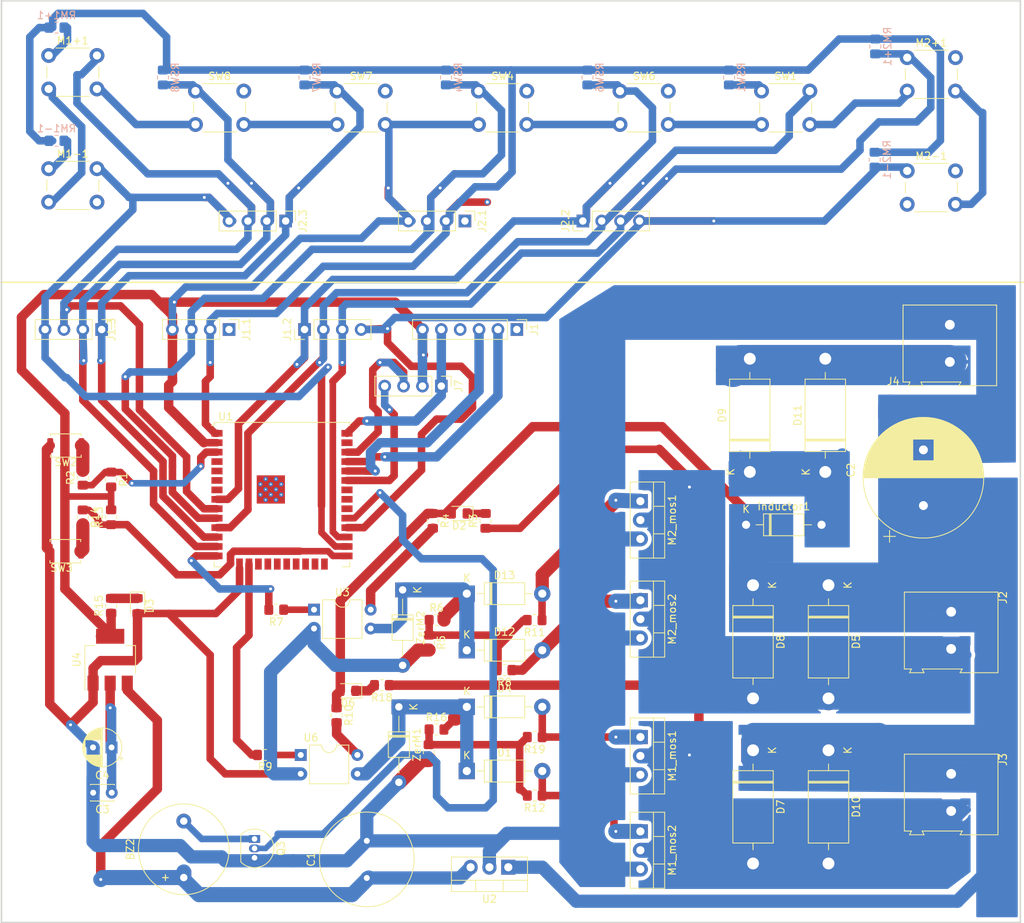
<source format=kicad_pcb>
(kicad_pcb (version 20221018) (generator pcbnew)
  (layers (0 "F.Cu" signal) (31 "B.Cu" signal) (34 "B.Paste" user) (35 "F.Paste" user) (36 "B.SilkS" user "B.Silkscreen") (37 "F.SilkS" user "F.Silkscreen") (38 "B.Mask" user) (39 "F.Mask" user) (44 "Edge.Cuts" user))
  (net 0 "")
  (net 1 "+3.3V")
  (net 2 "GND")
  (net 3 "5v")
  (net 4 "+12V")
  (net 5 "Net-(D1-K)")
  (net 6 "Net-(D2-K)")
  (net 7 "Net-(D3-K)")
  (net 8 "Net-(D5-A)")
  (net 9 "Net-(D6-K)")
  (net 10 "Net-(D10-A)")
  (net 12 "Rx")
  (net 13 "Tx")
  (net 15 "B2")
  (net 16 "B1")
  (net 17 "B5")
  (net 18 "B4")
  (net 19 "B3")
  (net 20 "B9")
  (net 21 "B8")
  (net 22 "B7")
  (net 23 "B6")
  (net 24 "SCL")
  (net 25 "SDA")
  (net 26 "EN")
  (net 27 "Net-(R2-Pad2)")
  (net 28 "Net-(R4-Pad2)")
  (net 29 "Net-(R7-Pad1)")
  (net 30 "Out2")
  (net 31 "Net-(R9-Pad1)")
  (net 32 "Out1")
  (net 33 "Net-(R10-Pad2)")
  (net 34 "RST")
  (net 35 "Net-(R14-Pad2)")
  (net 54 "ind 12v")
  (net 55 "Net-(BZ2-+)")
  (net 56 "Diode_12v")
  (net 57 "buzzer")
  (net 58 "Net-(D1-A)")
  (net 59 "Net-(D12-K)")
  (net 60 "Net-(D12-A)")
  (net 61 "Net-(D4-A)")
  (net 62 "Net-(R12-Pad2)")
  (net 63 "Net-(R11-Pad2)")
  (net 64 "Net-(D13-A)")
  (footprint "Resistor_SMD:R_0805_2012Metric_Pad1.20x1.40mm_HandSolder" (layer "F.Cu") (at 184.404 101.203 -90)
    (fp_text reference "R5")
    (fp_text value "10k")
  )
  (footprint "Resistor_SMD:R_0805_2012Metric_Pad1.20x1.40mm_HandSolder" (layer "F.Cu") (at 198.628 121.793 180)
    (fp_text reference "R12")
    (fp_text value "10R")
  )
  (footprint "Resistor_SMD:R_0805_2012Metric_Pad1.20x1.40mm_HandSolder" (layer "F.Cu") (at 194.564 104.902 180)
    (fp_text reference "R8")
    (fp_text value "10R")
  )
  (footprint "Resistor_SMD:R_0805_2012Metric_Pad1.20x1.40mm_HandSolder" (layer "F.Cu") (at 185.404 112.903)
    (fp_text reference "R16")
    (fp_text value "100")
  )
  (footprint "Resistor_SMD:R_0805_2012Metric_Pad1.20x1.40mm_HandSolder" (layer "F.Cu") (at 184.903 84.82 -90)
    (fp_text reference "R4")
    (fp_text value "4.7k" hide)
  )
  (footprint "Diode_THT:D_DO-201AD_P15.24mm_Horizontal" (layer "F.Cu") (at 228.016 93.472 -90)
    (fp_text reference "D8")
    (fp_text value "flyback M2")
  )
  (footprint "Capacitor_THT:CP_Radial_D5.0mm_P2.50mm" (layer "F.Cu") (at 141.667112 115.316 180)
    (fp_text reference "C4")
    (fp_text value "10uF")
  )
  (footprint "Diode_THT:D_DO-41_SOD81_P10.16mm_Horizontal" (layer "F.Cu") (at 189.484 102.235)
    (fp_text reference "D12")
    (fp_text value "1N4007")
  )
  (footprint "Package_TO_SOT_THT:TO-220-3_Vertical" (layer "F.Cu") (at 195.072 131.445 180)
    (fp_text reference "U2")
    (fp_text value "LM7805_TO220")
  )
  (footprint "RF_Module:ESP32-WROOM-32U" (layer "F.Cu") (at 164.605 81.28)
    (fp_text reference "U1")
    (fp_text value "ESP32-WROOM-32U")
  )
  (footprint "Capacitor_THT:C_Disc_D3.0mm_W2.0mm_P2.50mm" (layer "F.Cu") (at 141.687112 121.412 180)
    (fp_text reference "C3")
    (fp_text value "1uF")
  )
  (footprint "Button_Switch_THT:SW_PUSH_6mm_H4.3mm" (layer "F.Cu") (at 229.16 26.96)
    (fp_text reference "SW1")
    (fp_text value "SW_Push_Dual")
  )
  (footprint "Connector_PinHeader_2.54mm:PinHeader_1x04_P2.54mm_Vertical" (layer "F.Cu") (at 157.48 59.055 -90)
    (fp_text reference "J1.1")
    (fp_text value "OLED")
  )
  (footprint "LED_SMD:LED_0805_2012Metric_Pad1.15x1.40mm_HandSolder" (layer "F.Cu") (at 173.482 107.696 180)
    (fp_text reference "D6")
    (fp_text value "motor LED 1")
  )
  (footprint "Button_Switch_THT:SW_PUSH_6mm_H4.3mm" (layer "F.Cu") (at 152.96 26.96)
    (fp_text reference "SW8")
    (fp_text value "SW_Push_Dual")
  )
  (footprint "Package_TO_SOT_THT:TO-220-3_Vertical" (layer "F.Cu") (at 212.852 95.504 -90)
    (fp_text reference "M2_mos2")
    (fp_text value "LM7812_TO220")
  )
  (footprint "Package_TO_SOT_THT:TO-220-3_Vertical" (layer "F.Cu") (at 212.852 82.169 -90)
    (fp_text reference "M2_mos1")
    (fp_text value "LM7812_TO220")
  )
  (footprint "Resistor_SMD:R_0805_2012Metric_Pad1.20x1.40mm_HandSolder" (layer "F.Cu") (at 137.795 79.01 90)
    (fp_text reference "R2")
    (fp_text value "470")
  )
  (footprint "Connector_PinHeader_2.54mm:PinHeader_1x04_P2.54mm_Vertical" (layer "F.Cu") (at 140.335 59.055 -90)
    (fp_text reference "J1.3")
    (fp_text value "OLED")
  )
  (footprint "Button_Switch_THT:SW_PUSH_6mm_H4.3mm" (layer "F.Cu") (at 172.01 26.96)
    (fp_text reference "SW7")
    (fp_text value "SW_Push_Dual")
  )
  (footprint "Package_TO_SOT_THT:TO-220-3_Vertical" (layer "F.Cu") (at 212.852 113.919 -90)
    (fp_text reference "M1_mos1")
    (fp_text value "LM7812_TO220")
  )
  (footprint "Diode_THT:D_DO-201AD_P15.24mm_Horizontal" (layer "F.Cu") (at 238.176 115.697 -90)
    (fp_text reference "D10")
    (fp_text value "flyback M1")
  )
  (footprint "Diode_THT:D_DO-201AD_P15.24mm_Horizontal" (layer "F.Cu") (at 237.744 78.232 90)
    (fp_text reference "D11")
    (fp_text value "flyback M2")
  )
  (footprint "TerminalBlock:TerminalBlock_Altech_AK300-2_P5.00mm" (layer "F.Cu") (at 254.508 58.42 -90)
    (fp_text reference "J4")
    (fp_text value "Power_IN")
  )
  (footprint "TerminalBlock:TerminalBlock_Altech_AK300-2_P5.00mm" (layer "F.Cu") (at 254.686 97.057 -90)
    (fp_text reference "J2")
    (fp_text value "Motor_2")
  )
  (footprint "Diode_THT:D_DO-41_SOD81_P10.16mm_Horizontal" (layer "F.Cu") (at 189.484 118.491)
    (fp_text reference "D1")
    (fp_text value "1N4007")
  )
  (footprint "Button_Switch_THT:SW_PUSH_6mm_H4.3mm" (layer "F.Cu") (at 133.2 37.41)
    (fp_text reference "M1-1")
    (fp_text value "SW_Push_Dual")
  )
  (footprint "Package_DIP:DIP-4_W7.62mm" (layer "F.Cu") (at 168.92 96.769)
    (fp_text reference "U3")
    (fp_text value "PC817 M2")
  )
  (footprint "Button_Switch_SMD:SW_Push_SPST_NO_Alps_SKRK" (layer "F.Cu") (at 135.441 88.9 180)
    (fp_text reference "SW3")
    (fp_text value "RST")
  )
  (footprint "Connector_PinHeader_2.54mm:PinHeader_1x04_P2.54mm_Vertical" (layer "F.Cu") (at 165.1 44.45 -90)
    (fp_text reference "J2.3")
    (fp_text value "OLED")
  )
  (footprint "Connector_PinHeader_2.54mm:PinHeader_1x04_P2.54mm_Vertical" (layer "F.Cu") (at 189.23 44.45 -90)
    (fp_text reference "J2.1")
    (fp_text value "OLED")
  )
  (footprint "Resistor_SMD:R_0805_2012Metric_Pad1.20x1.40mm_HandSolder" (layer "F.Cu") (at 198.628 113.919 180)
    (fp_text reference "R19")
    (fp_text value "10R")
  )
  (footprint "Resistor_SMD:R_0805_2012Metric_Pad1.20x1.40mm_HandSolder" (layer "F.Cu") (at 141.605 79.248 -90)
    (fp_text reference "R1")
    (fp_text value "12K")
  )
  (footprint "Diode_THT:D_DO-201AD_P15.24mm_Horizontal" (layer "F.Cu") (at 228.016 115.697 -90)
    (fp_text reference "D7")
    (fp_text value "flyback M1")
  )
  (footprint "Diode_THT:D_DO-201AD_P15.24mm_Horizontal" (layer "F.Cu") (at 227.584 78.232 90)
    (fp_text reference "D9")
    (fp_text value "flyback M2")
  )
  (footprint "Connector_PinHeader_2.54mm:PinHeader_1x04_P2.54mm_Vertical" (layer "F.Cu") (at 186.055 66.675 -90)
    (fp_text reference "J7")
    (fp_text value "OLED")
  )
  (footprint "Diode_THT:D_DO-41_SOD81_P10.16mm_Horizontal" (layer "F.Cu") (at 189.484 109.855)
    (fp_text reference "D4")
    (fp_text value "1N4007")
  )
  (footprint "Package_TO_SOT_THT:TO-220-3_Vertical" (layer "F.Cu") (at 212.852 126.619 -90)
    (fp_text reference "M1_mos2")
    (fp_text value "LM7812_TO220")
  )
  (footprint "Diode_THT:D_DO-201AD_P15.24mm_Horizontal" (layer "F.Cu") (at 238.176 93.472 -90)
    (fp_text reference "D5")
    (fp_text value "flyback M2")
  )
  (footprint "TerminalBlock:TerminalBlock_Altech_AK300-2_P5.00mm" (layer "F.Cu") (at 254.686 118.872 -90)
    (fp_text reference "J3")
    (fp_text value "Motor_1")
  )
  (footprint "Button_Switch_THT:SW_PUSH_6mm_H4.3mm" (layer "F.Cu") (at 248.77 37.7)
    (fp_text reference "M2-1")
    (fp_text value "SW_Push_Dual")
  )
  (footprint "LED_SMD:LED_0805_2012Metric_Pad1.15x1.40mm_HandSolder" (layer "F.Cu") (at 145.161 96.259 -90)
    (fp_text reference "D3")
    (fp_text value "LED_power")
  )
  (footprint "Resistor_SMD:R_0805_2012Metric_Pad1.20x1.40mm_HandSolder" (layer "F.Cu") (at 141.605 96.25 90)
    (fp_text reference "R15")
    (fp_text value "100")
  )
  (footprint "Button_Switch_THT:SW_PUSH_6mm_H4.3mm" (layer "F.Cu") (at 191.06 26.96)
    (fp_text reference "SW4")
    (fp_text value "SW_Push_Dual")
  )
  (footprint "Resistor_SMD:R_0805_2012Metric_Pad1.20x1.40mm_HandSolder" (layer "F.Cu") (at 163.83 96.774 180)
    (fp_text reference "R7")
    (fp_text value "1k")
  )
  (footprint "Package_TO_SOT_SMD:SOT-223-3_TabPin2" (layer "F.Cu") (at 141.478 103.505 90)
    (fp_text reference "U4")
    (fp_text value "AMS1117-3.3")
  )
  (footprint "Button_Switch_THT:SW_PUSH_6mm_H4.3mm" (layer "F.Cu") (at 133.2 22.17)
    (fp_text reference "M1+1")
    (fp_text value "SW_Push_Dual")
  )
  (footprint "Resistor_SMD:R_0805_2012Metric_Pad1.20x1.40mm_HandSolder" (layer "F.Cu") (at 137.795 84.344 -90)
    (fp_text reference "R14")
    (fp_text value "470")
  )
  (footprint "Resistor_SMD:R_0805_2012Metric_Pad1.20x1.40mm_HandSolder" (layer "F.Cu") (at 198.612 98.171 180)
    (fp_text reference "R11")
    (fp_text value "10R")
  )
  (footprint "Package_DIP:DIP-4_W7.62mm" (layer "F.Cu") (at 167.132 116.332)
    (fp_text reference "U6")
    (fp_text value "PC817 M1")
  )
  (footprint "Connector_PinHeader_2.54mm:PinHeader_1x04_P2.54mm_Vertical" (layer "F.Cu") (at 205.105 44.45 90)
    (fp_text reference "J2.2")
    (fp_text value "OLED")
  )
  (footprint "Resistor_SMD:R_0805_2012Metric_Pad1.20x1.40mm_HandSolder" (layer "F.Cu") (at 185.42 98.171)
    (fp_text reference "R6")
    (fp_text value "100")
  )
  (footprint "Buzzer_Beeper:Buzzer_12x9.5RM7.6" (layer "F.Cu") (at 151.384 132.832 90)
    (fp_text reference "BZ2")
    (fp_text value "Buzzer")
  )
  (footprint "Connector_PinHeader_2.54mm:PinHeader_1x04_P2.54mm_Vertical" (layer "F.Cu") (at 167.64 59.055 90)
    (fp_text reference "J1.2")
    (fp_text value "OLED")
  )
  (footprint "Connector_PinHeader_2.54mm:PinHeader_1x06_P2.54mm_Vertical" (layer "F.Cu") (at 196.215 59.055 -90)
    (fp_text reference "J1")
    (fp_text value "UART")
  )
  (footprint "Button_Switch_THT:SW_PUSH_6mm_H4.3mm" (layer "F.Cu") (at 210.11 26.96)
    (fp_text reference "SW6")
    (fp_text value "SW_Push_Dual")
  )
  (footprint "Capacitor_THT:CP_Radial_D16.0mm_P7.50mm" (layer "F.Cu") (at 250.952 82.760754 90)
    (fp_text reference "C2")
    (fp_text value "10uF")
  )
  (footprint "Diode_THT:D_DO-41_SOD81_P10.16mm_Horizontal" (layer "F.Cu") (at 189.484 94.615)
    (fp_text reference "D13")
    (fp_text value "1N4007")
  )
  (footprint "Resistor_SMD:R_0805_2012Metric_Pad1.20x1.40mm_HandSolder" (layer "F.Cu") (at 162.306 116.332 180)
    (fp_text reference "R9")
    (fp_text value "1k")
  )
  (footprint "Diode_THT:D_T-1_P10.16mm_Horizontal" (layer "F.Cu") (at 180.848 94.107 -90)
    (fp_text reference "ZerM2")
    (fp_text value "D_Zener_Filled")
  )
  (footprint "Resistor_SMD:R_0805_2012Metric_Pad1.20x1.40mm_HandSolder" (layer "F.Cu") (at 141.605 84.328 90)
    (fp_text reference "R13")
    (fp_text value "12K")
  )
  (footprint "Package_TO_SOT_THT:TO-92_Inline" (layer "F.Cu") (at 160.909 127.635 -90)
    (fp_text reference "Q3")
    (fp_text value "BC547")
  )
  (footprint "Resistor_SMD:R_0805_2012Metric_Pad1.20x1.40mm_HandSolder" (layer "F.Cu") (at 184.372 115.951 -90)
    (fp_text reference "R17" hide)
    (fp_text value "10k")
  )
  (footprint "Button_Switch_THT:SW_PUSH_6mm_H4.3mm" (layer "F.Cu") (at 248.77 22.46)
    (fp_text reference "M2+1")
    (fp_text value "SW_Push_Dual")
  )
  (footprint "LED_SMD:LED_0805_2012Metric_Pad1.15x1.40mm_HandSolder" (layer "F.Cu") (at 188.468 83.82 180)
    (fp_text reference "D2")
    (fp_text value "motor LED 2")
  )
  (footprint "Diode_THT:D_T-1_P10.16mm_Horizontal" (layer "F.Cu") (at 180.34 109.855 -90)
    (fp_text reference "ZerM1")
    (fp_text value "D_Zener_Filled")
  )
  (footprint "Button_Switch_SMD:SW_Push_SPST_NO_Alps_SKRK" (layer "F.Cu") (at 135.509 74.676 180)
    (fp_text reference "SW2")
    (fp_text value "EN")
  )
  (footprint "Resistor_SMD:R_0805_2012Metric_Pad1.20x1.40mm_HandSolder" (layer "F.Cu") (at 192.015 84.82 90)
    (fp_text reference "R3")
    (fp_text value "4.7k")
  )
  (footprint "Capacitor_THT:C_Radial_D12.5mm_H20.0mm_P5.00mm" (layer "F.Cu") (at 176.022 132.889 90)
    (fp_text reference "C1")
    (fp_text value "1000uf 35v")
  )
  (footprint "Resistor_SMD:R_0805_2012Metric_Pad1.20x1.40mm_HandSolder" (layer "F.Cu") (at 171.958 110.982 -90)
    (fp_text reference "R10")
    (fp_text value "4.7K")
  )
  (footprint "Diode_THT:D_DO-41_SOD81_P10.16mm_Horizontal" (layer "F.Cu") (at 227.076 85.344)
    (fp_text reference "inductor1")
    (fp_text value "coil")
  )
  (footprint "Resistor_SMD:R_0805_2012Metric_Pad1.20x1.40mm_HandSolder" (layer "F.Cu") (at 178.054 106.934 180)
    (fp_text reference "R18")
    (fp_text value "4.7k")
  )
  (footprint "Resistor_SMD:R_0805_2012Metric_Pad1.20x1.40mm_HandSolder" (layer "B.Cu") (at 224.79 25.13 90)
    (fp_text reference "RSW1")
    (fp_text value "1k")
  )
  (footprint "Resistor_SMD:R_0805_2012Metric_Pad1.20x1.40mm_HandSolder" (layer "B.Cu") (at 244.475 20.955 90)
    (fp_text reference "RM2+1")
    (fp_text value "1k")
  )
  (footprint "Resistor_SMD:R_0805_2012Metric_Pad1.20x1.40mm_HandSolder" (layer "B.Cu") (at 134.255 18.415 180)
    (fp_text reference "RM1+1")
    (fp_text value "1k")
  )
  (footprint "Resistor_SMD:R_0805_2012Metric_Pad1.20x1.40mm_HandSolder" (layer "B.Cu") (at 186.69 25.13 90)
    (fp_text reference "RSW4")
    (fp_text value "1k")
  )
  (footprint "Resistor_SMD:R_0805_2012Metric_Pad1.20x1.40mm_HandSolder" (layer "B.Cu") (at 205.74 25.13 90)
    (fp_text reference "RSW6")
    (fp_text value "1k")
  )
  (footprint "Resistor_SMD:R_0805_2012Metric_Pad1.20x1.40mm_HandSolder" (layer "B.Cu") (at 244.4 36.195 90)
    (fp_text reference "RM2-1")
    (fp_text value "1k")
  )
  (footprint "Resistor_SMD:R_0805_2012Metric_Pad1.20x1.40mm_HandSolder" (layer "B.Cu") (at 148.59 25.13 90)
    (fp_text reference "RSW8")
    (fp_text value "1k")
  )
  (footprint "Resistor_SMD:R_0805_2012Metric_Pad1.20x1.40mm_HandSolder" (layer "B.Cu") (at 134.255 33.655 180)
    (fp_text reference "RM1-1")
    (fp_text value "1k")
  )
  (footprint "Resistor_SMD:R_0805_2012Metric_Pad1.20x1.40mm_HandSolder" (layer "B.Cu") (at 167.64 25.13 90)
    (fp_text reference "RSW7")
    (fp_text value "1k")
  )
  (gr_line (start 264.414 52.705) (end 126.746 52.705) (stroke (width 0.2)) (layer "F.SilkS"))
  (gr_rect (start 126.845 14.8) (end 264.005 138.879) (stroke (width 0.2)) (fill none) (layer "Edge.Cuts"))
  (segment (start 149.86 60.452) (end 149.86 57.15) (width 1.27) (layer "F.Cu") (net 1))
  (segment (start 149.86 60.452) (end 149.86 59.055) (width 1.27) (layer "F.Cu") (net 1))
  (segment (start 141.605 97.25) (end 141.605 100.228) (width 1.27) (layer "F.Cu") (net 1))
  (segment (start 148.082 55.372) (end 148.0185 55.3085) (width 1.27) (layer "F.Cu") (net 1))
  (segment (start 141.478 106.655) (end 141.478 115.126888) (width 1.27) (layer "F.Cu") (net 1))
  (segment (start 149.352 66.548) (end 149.86 66.04) (width 1.27) (layer "F.Cu") (net 1))
  (segment (start 147.066 54.356) (end 132.588 54.356) (width 1.27) (layer "F.Cu") (net 1))
  (segment (start 135.382 93.98) (end 141.478 100.076) (width 1.27) (layer "F.Cu") (net 1))
  (segment (start 149.86 66.04) (end 149.86 65.532) (width 1.27) (layer "F.Cu") (net 1))
  (segment (start 132.588 54.356) (end 129.54 57.404) (width 1.27) (layer "F.Cu") (net 1))
  (segment (start 182.09 44.45) (end 178.915 41.275) (width 1.016) (layer "F.Cu") (net 1))
  (segment (start 149.86 66.04) (end 149.86 60.452) (width 1.27) (layer "F.Cu") (net 1))
  (segment (start 178.915 41.275) (end 178.915 40.005) (width 1.016) (layer "F.Cu") (net 1))
  (segment (start 148.717 56.007) (end 148.082 55.372) (width 1.27) (layer "F.Cu") (net 1))
  (segment (start 154.089 74.295) (end 149.352 69.558) (width 1.27) (layer "F.Cu") (net 1))
  (segment (start 149.86 57.15) (end 148.717 56.007) (width 1.27) (layer "F.Cu") (net 1))
  (segment (start 141.605 100.228) (end 141.478 100.355) (width 1.27) (layer "F.Cu") (net 1))
  (segment (start 150.114 55.372) (end 148.082 55.372) (width 1.27) (layer "F.Cu") (net 1))
  (segment (start 183.515 62.357) (end 183.642 62.484) (width 1.27) (layer "F.Cu") (net 1))
  (segment (start 179.832 55.372) (end 150.114 55.372) (width 1.27) (layer "F.Cu") (net 1))
  (segment (start 141.605 81.534) (end 135.763 81.534) (width 0.889) (layer "F.Cu") (net 1))
  (segment (start 141.605 81.534) (end 141.605 83.328) (width 0.889) (layer "F.Cu") (net 1))
  (segment (start 139.979 100.355) (end 141.478 100.355) (width 0.889) (layer "F.Cu") (net 1))
  (segment (start 129.54 57.404) (end 129.54 64.516) (width 1.27) (layer "F.Cu") (net 1))
  (segment (start 135.382 70.358) (end 135.382 93.98) (width 1.27) (layer "F.Cu") (net 1))
  (segment (start 141.478 115.126888) (end 141.667112 115.316) (width 1.27) (layer "F.Cu") (net 1))
  (segment (start 149.352 69.558) (end 149.352 66.548) (width 1.27) (layer "F.Cu") (net 1))
  (segment (start 148.717 56.007) (end 147.066 54.356) (width 1.27) (layer "F.Cu") (net 1))
  (segment (start 129.54 64.516) (end 135.382 70.358) (width 1.27) (layer "F.Cu") (net 1))
  (segment (start 141.605 80.248) (end 141.605 81.534) (width 0.889) (layer "F.Cu") (net 1))
  (segment (start 141.478 100.076) (end 141.478 100.355) (width 1.27) (layer "F.Cu") (net 1))
  (segment (start 155.855 74.295) (end 154.089 74.295) (width 1.016) (layer "F.Cu") (net 1))
  (segment (start 183.515 59.055) (end 183.515 62.357) (width 1.27) (layer "F.Cu") (net 1))
  (segment (start 183.515 59.055) (end 179.832 55.372) (width 1.27) (layer "F.Cu") (net 1))
  (via (at 150.114 55.372) (size 0.8) (drill 0.4) (layers "F.Cu" "B.Cu") (net 1))
  (via (at 183.642 62.484) (size 0.8) (drill 0.4) (layers "F.Cu" "B.Cu") (net 1))
  (via (at 178.915 40.005) (size 0.8) (drill 0.4) (layers "F.Cu" "B.Cu") (net 1))
  (via (at 141.478 109.982) (size 0.8) (drill 0.4) (layers "F.Cu" "B.Cu") (net 1))
  (segment (start 149.86 55.118) (end 151.638 53.34) (width 1.016) (layer "B.Cu") (net 1))
  (segment (start 141.667112 115.316) (end 141.667112 121.392) (width 1.27) (layer "B.Cu") (net 1))
  (segment (start 258.635 29.845) (end 258.925 29.845) (width 1.016) (layer "B.Cu") (net 1))
  (segment (start 178.99 41.35) (end 182.09 44.45) (width 1.016) (layer "B.Cu") (net 1))
  (segment (start 144.97 31.46) (end 153.44 31.46) (width 1.016) (layer "B.Cu") (net 1))
  (segment (start 141.667112 110.171112) (end 141.478 109.982) (width 1.27) (layer "B.Cu") (net 1))
  (segment (start 137.64 37.95) (end 137.64 31.75) (width 1.016) (layer "B.Cu") (net 1))
  (segment (start 255.75 26.96) (end 258.635 29.845) (width 1.016) (layer "B.Cu") (net 1))
  (segment (start 178.99 31.46) (end 178.99 41.35) (width 1.016) (layer "B.Cu") (net 1))
  (segment (start 183.515 59.055) (end 183.515 66.675) (width 1.27) (layer "B.Cu") (net 1))
  (segment (start 177.645 44.45) (end 181.102 44.45) (width 1.016) (layer "B.Cu") (net 1))
  (segment (start 141.667112 115.316) (end 141.667112 110.171112) (width 1.27) (layer "B.Cu") (net 1))
  (segment (start 181.102 44.45) (end 182.09 44.45) (width 1.016) (layer "B.Cu") (net 1))
  (segment (start 133.68 27.79) (end 133.68 26.67) (width 1.016) (layer "B.Cu") (net 1))
  (segment (start 175.313552 46.781448) (end 177.645 44.45) (width 1.016) (layer "B.Cu") (net 1))
  (segment (start 258.925 29.845) (end 258.925 40.64) (width 1.016) (layer "B.Cu") (net 1))
  (segment (start 168.328552 46.781448) (end 168.91 46.781448) (width 1.016) (layer "B.Cu") (net 1))
  (segment (start 247.635 28.575) (end 249.25 26.96) (width 1.016) (layer "B.Cu") (net 1))
  (segment (start 198.04 31.46) (end 210.59 31.46) (width 1.016) (layer "B.Cu") (net 1))
  (segment (start 133.68 41.91) (end 137.64 37.95) (width 1.016) (layer "B.Cu") (net 1))
  (segment (start 168.91 46.781448) (end 175.313552 46.781448) (width 1.016) (layer "B.Cu") (net 1))
  (segment (start 178.99 31.46) (end 191.54 31.46) (width 1.016) (layer "B.Cu") (net 1))
  (segment (start 141.667112 121.392) (end 141.687112 121.412) (width 1.27) (layer "B.Cu") (net 1))
  (segment (start 149.86 59.055) (end 149.86 55.118) (width 1.016) (layer "B.Cu") (net 1))
  (segment (start 140.18 26.67) (end 144.97 31.46) (width 1.016) (layer "B.Cu") (net 1))
  (segment (start 241.78 28.575) (end 247.635 28.575) (width 1.016) (layer "B.Cu") (net 1))
  (segment (start 160.528 53.34) (end 167.086552 46.781448) (width 1.016) (layer "B.Cu") (net 1))
  (segment (start 151.638 53.34) (end 160.528 53.34) (width 1.016) (layer "B.Cu") (net 1))
  (segment (start 217.09 31.46) (end 229.64 31.46) (width 1.016) (layer "B.Cu") (net 1))
  (segment (start 159.94 31.46) (end 172.49 31.46) (width 1.016) (layer "B.Cu") (net 1))
  (segment (start 236.14 31.46) (end 238.895 31.46) (width 1.016) (layer "B.Cu") (net 1))
  (segment (start 181.61 44.45) (end 181.102 44.45) (width 1.016) (layer "B.Cu") (net 1))
  (segment (start 137.64 31.75) (end 133.68 27.79) (width 1.016) (layer "B.Cu") (net 1))
  (segment (start 167.086552 46.781448) (end 168.91 46.781448) (width 1.016) (layer "B.Cu") (net 1))
  (segment (start 258.925 40.64) (end 257.365 42.2) (width 1.016) (layer "B.Cu") (net 1))
  (segment (start 238.895 31.46) (end 241.78 28.575) (width 1.016) (layer "B.Cu") (net 1))
  (segment (start 257.365 42.2) (end 255.75 42.2) (width 1.016) (layer "B.Cu") (net 1))
  (segment (start 149.352 97.284) (end 155.7 97.284) (width 1.016) (layer "F.Cu") (net 2))
  (segment (start 184.372 116.951) (end 183.404 116.951) (width 2.032) (layer "F.Cu") (net 2))
  (segment (start 133.341 88.9) (end 133.341 109.465) (width 1.27) (layer "F.Cu") (net 2))
  (segment (start 133.341 109.465) (end 136.144 112.268) (width 1.27) (layer "F.Cu") (net 2))
  (segment (start 187.17 44.45) (end 187.17 43.247919) (width 1.016) (layer "F.Cu") (net 2))
  (segment (start 155.575 73.025) (end 154.305 71.755) (width 1.016) (layer "F.Cu") (net 2))
  (segment (start 154.94 116.84) (end 156.972 118.872) (width 1.016) (layer "F.Cu") (net 2))
  (segment (start 175.006 71.374) (end 176.022 71.374) (width 1.016) (layer "F.Cu") (net 2))
  (segment (start 149.352 97.284) (end 154.94 102.872) (width 1.016) (layer "F.Cu") (net 2))
  (segment (start 187.17 43.247919) (end 188.507919 41.91) (width 1.016) (layer "F.Cu") (net 2))
  (segment (start 182.912 102.203) (end 180.848 104.267) (width 1.778) (layer "F.Cu") (net 2))
  (segment (start 139.178 106.655) (end 139.178 109.234) (width 1.27) (layer "F.Cu") (net 2))
  (segment (start 154.305 71.755) (end 154.305 66.04) (width 1.016) (layer "F.Cu") (net 2))
  (segment (start 139.178 104.662) (end 140.208 103.632) (width 1.27) (layer "F.Cu") (net 2))
  (segment (start 155.855 73.025) (end 155.575 73.025) (width 1.016) (layer "F.Cu") (net 2))
  (segment (start 173.355 73.025) (end 175.006 71.374) (width 1.016) (layer "F.Cu") (net 2))
  (segment (start 158.89 94.094) (end 158.89 91.191052) (width 1.016) (layer "F.Cu") (net 2))
  (segment (start 140.208 103.632) (end 144.78 103.632) (width 1.27) (layer "F.Cu") (net 2))
  (segment (start 145.861 97.284) (end 145.161 97.284) (width 1.016) (layer "F.Cu") (net 2))
  (segment (start 139.178 109.234) (end 136.144 112.268) (width 1.27) (layer "F.Cu") (net 2))
  (segment (start 154.305 66.04) (end 154.94 65.405) (width 1.016) (layer "F.Cu") (net 2))
  (segment (start 183.404 116.951) (end 180.34 120.015) (width 2.032) (layer "F.Cu") (net 2))
  (segment (start 133.409 74.676) (end 132.9055 75.1795) (width 1.27) (layer "F.Cu") (net 2))
  (segment (start 132.9055 88.4645) (end 133.341 88.9) (width 1.27) (layer "F.Cu") (net 2))
  (segment (start 156.972 118.872) (end 167.132 118.872) (width 1.016) (layer "F.Cu") (net 2))
  (segment (start 139.178 106.655) (end 139.178 104.662) (width 1.27) (layer "F.Cu") (net 2))
  (segment (start 145.161 103.251) (end 145.161 97.284) (width 1.27) (layer "F.Cu") (net 2))
  (segment (start 144.78 103.632) (end 145.161 103.251) (width 1.27) (layer "F.Cu") (net 2))
  (segment (start 155.7 97.284) (end 158.89 94.094) (width 1.016) (layer "F.Cu") (net 2))
  (segment (start 154.94 65.405) (end 154.94 59.055) (width 1.016) (layer "F.Cu") (net 2))
  (segment (start 184.404 102.203) (end 182.912 102.203) (width 1.778) (layer "F.Cu") (net 2))
  (segment (start 188.507919 41.91) (end 192.25 41.91) (width 1.016) (layer "F.Cu") (net 2))
  (segment (start 132.9055 75.1795) (end 132.9055 88.4645) (width 1.27) (layer "F.Cu") (net 2))
  (segment (start 154.94 102.872) (end 154.94 116.84) (width 1.016) (layer "F.Cu") (net 2))
  (segment (start 145.161 97.284) (end 149.352 97.284) (width 1.016) (layer "F.Cu") (net 2))
  (via (at 192.25 41.91) (size 0.8) (drill 0.4) (layers "F.Cu" "B.Cu") (net 2))
  (via (at 136.144 112.268) (size 0.8) (drill 0.4) (layers "F.Cu" "B.Cu") (net 2))
  (via (at 176.022 71.374) (size 0.8) (drill 0.4) (layers "F.Cu" "B.Cu") (net 2))
  (via (at 154.94 63.5) (size 0.8) (drill 0.4) (layers "F.Cu" "B.Cu") (net 2))
  (segment (start 156.464 130.048) (end 156.989 130.573) (width 1.778) (layer "B.Cu") (net 2))
  (segment (start 139.167112 127.991112) (end 139.167112 119.38) (width 1.778) (layer "B.Cu") (net 2))
  (segment (start 176.022 127.889) (end 176.022 124.333) (width 1.778) (layer "B.Cu") (net 2))
  (segment (start 184.912 69.088) (end 182.626 71.374) (width 1.27) (layer "B.Cu") (net 2))
  (segment (start 207.01 128.794) (end 209.915 131.699) (width 2.032) (layer "B.Cu") (net 2))
  (segment (start 182.235051 50.546) (end 186.69 46.091051) (width 1.016) (layer "B.Cu") (net 2))
  (segment (start 150.881287 128.524) (end 139.7 128.524) (width 1.778) (layer "B.Cu") (net 2))
  (segment (start 163.068 118.364) (end 163.068 105.161) (width 1.778) (layer "B.Cu") (net 2))
  (segment (start 171.831 104.267) (end 168.92 101.356) (width 1.778) (layer "B.Cu") (net 2))
  (segment (start 235.43 24.13) (end 195.425 24.13) (width 1.016) (layer "B.Cu") (net 2))
  (segment (start 250.952 75.260754) (end 255.600754 70.612) (width 3.048) (layer "B.Cu") (net 2))
  (segment (start 208.534 118.999) (end 212.852 118.999) (width 2.032) (layer "B.Cu") (net 2))
  (segment (start 205.74 87.503) (end 205.74 62.992) (width 2.032) (layer "B.Cu") (net 2))
  (segment (start 133.735 18.415) (end 133.735 17.24) (width 1.016) (layer "B.Cu") (net 2))
  (segment (start 187.17 44.45) (end 187.17 43.286) (width 1.016) (layer "B.Cu") (net 2))
  (segment (start 182.626 71.374) (end 176.022 71.374) (width 1.27) (layer "B.Cu") (net 2))
  (segment (start 250.952 75.260754) (end 246.38 70.688754) (width 3.048) (layer "B.Cu") (net 2))
  (segment (start 134.465 16.51) (end 145.895 16.51) (width 1.016) (layer "B.Cu") (net 2))
  (segment (start 212.852 87.249) (end 209.804 87.249) (width 2.032) (layer "B.Cu") (net 2))
  (segment (start 154.94 59.055) (end 154.94 63.5) (width 1.016) (layer "B.Cu") (net 2))
  (segment (start 256.463246 75.260754) (end 260.604 71.12) (width 3.048) (layer "B.Cu") (net 2))
  (segment (start 209.804 87.249) (end 207.645 89.408) (width 2.032) (layer "B.Cu") (net 2))
  (segment (start 166.099 130.573) (end 166.116 130.556) (width 1.27) (layer "B.Cu") (net 2))
  (segment (start 154.94 57.852919) (end 155.896919 56.896) (width 1.016) (layer "B.Cu") (net 2))
  (segment (start 187.17 43.286) (end 190.606 39.85) (width 1.016) (layer "B.Cu") (net 2))
  (segment (start 176.022 127.889) (end 193.913 127.889) (width 1.778) (layer "B.Cu") (net 2))
  (segment (start 186.055 67.945) (end 184.912 69.088) (width 1.27) (layer "B.Cu") (net 2))
  (segment (start 170.18 50.546) (end 182.235051 50.546) (width 1.016) (layer "B.Cu") (net 2))
  (segment (start 180.848 104.267) (end 171.831 104.267) (width 1.778) (layer "B.Cu") (net 2))
  (segment (start 253.238 21.618) (end 251.575 19.955) (width 1.016) (layer "B.Cu") (net 2))
  (segment (start 155.896919 56.896) (end 163.83 56.896) (width 1.016) (layer "B.Cu") (net 2))
  (segment (start 131.925 33.655) (end 133.735 33.655) (width 1.016) (layer "B.Cu") (net 2))
  (segment (start 162.941 130.175) (end 163.068 130.048) (width 0.889) (layer "B.Cu") (net 2))
  (segment (start 130.655 19.685) (end 130.655 32.385) (width 1.016) (layer "B.Cu") (net 2))
  (segment (start 195.58 37.846) (end 195.58 24.285) (width 1.016) (layer "B.Cu") (net 2))
  (segment (start 149.07 19.685) (end 149.07 24.13) (width 1.016) (layer "B.Cu") (net 2))
  (segment (start 259.08 58.42) (end 254.508 58.42) (width 3.048) (layer "B.Cu") (net 2))
  (segment (start 186.055 66.675) (end 186.055 67.945) (width 1.27) (layer "B.Cu") (net 2))
  (segment (start 139.167112 121.392) (end 139.187112 121.412) (width 1.27) (layer "B.Cu") (net 2))
  (segment (start 250.952 75.260754) (end 256.463246 75.260754) (width 3.048) (layer "B.Cu") (net 2))
  (segment (start 136.144 112.292888) (end 136.144 112.268) (width 1.27) (layer "B.Cu") (net 2))
  (segment (start 194.929 126.873) (end 207.01 126.873) (width 1.778) (layer "B.Cu") (net 2))
  (segment (start 139.167112 115.316) (end 139.167112 119.38) (width 1.27) (layer "B.Cu") (net 2))
  (segment (start 145.895 16.51) (end 149.07 19.685) (width 1.016) (layer "B.Cu") (net 2))
  (segment (start 250.952 75.260754) (end 247.980754 75.260754) (width 3.048) (layer "B.Cu") (net 2))
  (segment (start 166.099 130.573) (end 173.338 130.573) (width 1.778) (layer "B.Cu") (net 2))
  (segment (start 207.645 89.408) (end 205.74 87.503) (width 2.032) (layer "B.Cu") (net 2))
  (segment (start 133.735 18.415) (end 131.925 18.415) (width 1.016) (layer "B.Cu") (net 2))
  (segment (start 192.532 129.27) (end 193.9845 127.8175) (width 1.778) (layer "B.Cu") (net 2))
  (segment (start 193.913 127.889) (end 193.9845 127.8175) (width 1.778) (layer "B.Cu") (net 2))
  (segment (start 249.428 71.12) (end 252.476 71.12) (width 3.048) (layer "B.Cu") (net 2))
  (segment (start 163.576 118.872) (end 163.068 118.364) (width 1.778) (layer "B.Cu") (net 2))
  (segment (start 186.055 59.055) (end 186.055 66.675) (width 1.27) (layer "B.Cu") (net 2))
  (segment (start 249.428 58.42) (end 259.08 58.42) (width 2.032) (layer "B.Cu") (net 2))
  (segment (start 186.69 46.091051) (end 186.69 44.45) (width 1.016) (layer "B.Cu") (net 2))
  (segment (start 139.187112 115.336) (end 139.167112 115.316) (width 1.778) (layer "B.Cu") (net 2))
  (segment (start 260.604 59.944) (end 259.08 58.42) (width 3.048) (layer "B.Cu") (net 2))
  (segment (start 168.92 101.356) (end 168.92 99.309) (width 1.778) (layer "B.Cu") (net 2))
  (segment (start 187.17 24.13) (end 195.425 24.13) (width 1.016) (layer "B.Cu") (net 2))
  (segment (start 210.312 58.42) (end 249.428 58.42) (width 2.032) (layer "B.Cu") (net 2))
  (segment (start 156.464 130.048) (end 152.405287 130.048) (width 1.778) (layer "B.Cu") (net 2))
  (segment (start 131.925 18.415) (end 130.655 19.685) (width 1.016) (layer "B.Cu") (net 2))
  (segment (start 193.9845 127.8175) (end 194.929 126.873) (width 1.778) (layer "B.Cu") (net 2))
  (segment (start 139.167112 115.316) (end 136.144 112.292888) (width 1.27) (layer "B.Cu") (net 2))
  (segment (start 207.01 98.933) (end 207.01 116.205) (width 2.032) (layer "B.Cu") (net 2))
  (segment (start 254.508 58.42) (end 249.428 58.42) (width 3.048) (layer "B.Cu") (net 2))
  (segment (start 208.661 100.584) (end 212.852 100.584) (width 2.032) (layer "B.Cu") (net 2))
  (segment (start 163.83 56.896) (end 170.18 50.546) (width 1.016) (layer "B.Cu") (net 2))
  (segment (start 160.909 130.175) (end 156.591 130.175) (width 0.889) (layer "B.Cu") (net 2))
  (segment (start 207.645 89.408) (end 207.01 90.043) (width 2.032) (layer "B.Cu") (net 2))
  (segment (start 207.01 116.205) (end 207.01 117.475) (width 2.032) (layer "B.Cu") (net 2))
  (segment (start 247.980754 75.260754) (end 246.634 73.914) (width 3.048) (layer "B.Cu") (net 2))
  (segment (start 156.591 130.175) (end 156.464 130.048) (width 0.889) (layer "B.Cu") (net 2))
  (segment (start 139.7 128.524) (end 139.167112 127.991112) (width 1.778) (layer "B.Cu") (net 2))
  (segment (start 207.01 98.933) (end 208.661 100.584) (width 2.032) (layer "B.Cu") (net 2))
  (segment (start 251.67 35.195) (end 253.238 33.627) (width 1.016) (layer "B.Cu") (net 2))
  (segment (start 246.634 73.914) (end 249.428 71.12) (width 3.048) (layer "B.Cu") (net 2))
  (segment (start 152.405287 130.048) (end 150.881287 128.524) (width 1.778) (layer "B.Cu") (net 2))
  (segment (start 255.600754 70.612) (end 255.778 70.612) (width 3.048) (layer "B.Cu") (net 2))
  (segment (start 192.532 131.445) (end 192.532 129.27) (width 1.778) (layer "B.Cu") (net 2))
  (segment (start 154.94 59.055) (end 154.94 57.852919) (width 1.016) (layer "B.Cu") (net 2))
  (segment (start 173.338 130.573) (end 176.022 127.889) (width 1.778) (layer "B.Cu") (net 2))
  (segment (start 139.187112 121.412) (end 139.187112 115.336) (width 1.778) (layer "B.Cu") (net 2))
  (segment (start 195.58 24.285) (end 195.425 24.13) (width 1.016) (layer "B.Cu") (net 2))
  (segment (start 246.38 70.688754) (end 246.38 69.342) (width 3.048) (layer "B.Cu") (net 2))
  (segment (start 239.605 19.955) (end 235.43 24.13) (width 1.016) (layer "B.Cu") (net 2))
  (segment (start 149.07 24.13) (end 168.12 24.13) (width 1.016) (layer "B.Cu") (net 2))
  (segment (start 244.88 35.195) (end 251.67 35.195) (width 1.016) (layer "B.Cu") (net 2))
  (segment (start 207.01 126.873) (end 207.01 128.794) (width 2.032) (layer "B.Cu") (net 2))
  (segment (start 209.915 131.699) (end 212.852 131.699) (width 2.032) (layer "B.Cu") (net 2))
  (segment (start 160.909 130.175) (end 162.941 130.175) (width 0.889) (layer "B.Cu") (net 2))
  (segment (start 207.01 90.043) (end 207.01 98.933) (width 2.032) (layer "B.Cu") (net 2))
  (segment (start 167.132 118.872) (end 163.576 118.872) (width 1.778) (layer "B.Cu") (net 2))
  (segment (start 133.735 17.24) (end 134.465 16.51) (width 1.016) (layer "B.Cu") (net 2))
  (segment (start 190.606 39.85) (end 193.576 39.85) (width 1.016) (layer "B.Cu") (net 2))
  (segment (start 253.238 33.627) (end 253.238 21.618) (width 1.016) (layer "B.Cu") (net 2))
  (segment (start 168.12 24.13) (end 187.17 24.13) (width 1.016) (layer "B.Cu") (net 2))
  (segment (start 205.74 62.992) (end 210.312 58.42) (width 2.032) (layer "B.Cu") (net 2))
  (segment (start 207.01 116.205) (end 207.01 126.873) (width 2.032) (layer "B.Cu") (net 2))
  (segment (start 139.167112 119.38) (end 139.167112 121.392) (width 1.27) (layer "B.Cu") (net 2))
  (segment (start 260.604 71.12) (end 260.604 59.944) (width 3.048) (layer "B.Cu") (net 2))
  (segment (start 156.989 130.573) (end 166.099 130.573) (width 1.778) (layer "B.Cu") (net 2))
  (segment (start 251.575 19.955) (end 239.605 19.955) (width 1.016) (layer "B.Cu") (net 2))
  (segment (start 176.022 124.333) (end 180.34 120.015) (width 1.778) (layer "B.Cu") (net 2))
  (segment (start 130.655 32.385) (end 131.925 33.655) (width 1.016) (layer "B.Cu") (net 2))
  (segment (start 193.576 39.85) (end 195.58 37.846) (width 1.016) (layer "B.Cu") (net 2))
  (segment (start 207.01 117.475) (end 208.534 118.999) (width 2.032) (layer "B.Cu") (net 2))
  (segment (start 163.068 105.161) (end 168.92 99.309) (width 1.778) (layer "B.Cu") (net 2))
  (segment (start 147.828 120.904) (end 140.208 128.524) (width 1.27) (layer "F.Cu") (net 3))
  (segment (start 140.208 128.524) (end 140.208 133.096) (width 1.27) (layer "F.Cu") (net 3))
  (segment (start 143.778 107.629) (end 147.828 111.679) (width 1.27) (layer "F.Cu") (net 3))
  (segment (start 147.828 111.679) (end 147.828 120.904) (width 1.27) (layer "F.Cu") (net 3))
  (segment (start 143.778 106.655) (end 143.778 107.629) (width 1.27) (layer "F.Cu") (net 3))
  (via (at 140.208 133.096) (size 0.8) (drill 0.4) (layers "F.Cu" "B.Cu") (net 3))
  (segment (start 151.384 132.832) (end 140.472 132.832) (width 2.032) (layer "B.Cu") (net 3))
  (segment (start 153.416 135.128) (end 174.037 135.128) (width 2.032) (layer "B.Cu") (net 3))
  (segment (start 174.037 135.128) (end 176.276 132.889) (width 2.032) (layer "B.Cu") (net 3))
  (segment (start 151.384 132.832) (end 151.384 133.096) (width 2.032) (layer "B.Cu") (net 3))
  (segment (start 176.022 132.889) (end 176.276 132.889) (width 1.778) (layer "B.Cu") (net 3))
  (segment (start 176.276 132.889) (end 188.548 132.889) (width 1.778) (layer "B.Cu") (net 3))
  (segment (start 140.472 132.832) (end 140.208 133.096) (width 2.032) (layer "B.Cu") (net 3))
  (segment (start 151.384 132.832) (end 151.384 132.08) (width 2.032) (layer "B.Cu") (net 3))
  (segment (start 188.548 132.889) (end 189.992 131.445) (width 1.778) (layer "B.Cu") (net 3))
  (segment (start 151.384 133.096) (end 153.416 135.128) (width 2.032) (layer "B.Cu") (net 3))
  (segment (start 254.08 62.992) (end 254.508 63.42) (width 3.048) (layer "B.Cu") (net 4))
  (segment (start 227.584 62.992) (end 237.744 62.992) (width 3.048) (layer "B.Cu") (net 4))
  (segment (start 237.744 62.992) (end 254.08 62.992) (width 3.048) (layer "B.Cu") (net 4))
  (segment (start 254.508 63.42) (end 226.394 63.42) (width 4.572) (layer "B.Cu") (net 4))
  (segment (start 226.394 63.42) (end 225.298 64.516) (width 4.572) (layer "B.Cu") (net 4))
  (segment (start 186.404 112.903) (end 186.436 112.903) (width 1.016) (layer "F.Cu") (net 5))
  (segment (start 187.96 111.379) (end 189.484 109.855) (width 2.032) (layer "F.Cu") (net 5))
  (segment (start 186.436 112.903) (end 187.96 111.379) (width 1.016) (layer "F.Cu") (net 5))
  (segment (start 175.88337 118.872) (end 180.34 114.41537) (width 1.778) (layer "B.Cu") (net 5))
  (segment (start 180.34 109.855) (end 189.484 109.855) (width 2.032) (layer "B.Cu") (net 5))
  (segment (start 189.484 109.855) (end 189.484 118.491) (width 1.778) (layer "B.Cu") (net 5))
  (segment (start 174.752 118.872) (end 175.88337 118.872) (width 1.778) (layer "B.Cu") (net 5))
  (segment (start 180.34 114.41537) (end 180.34 109.855) (width 1.778) (layer "B.Cu") (net 5))
  (segment (start 189.493 83.82) (end 192.015 83.82) (width 1.016) (layer "F.Cu") (net 6))
  (segment (start 145.145 95.25) (end 145.161 95.234) (width 1.27) (layer "F.Cu") (net 7))
  (segment (start 141.605 95.25) (end 145.145 95.25) (width 1.27) (layer "F.Cu") (net 7))
  (segment (start 215.392 75.184) (end 219.456 79.248) (width 1.27) (layer "F.Cu") (net 8))
  (segment (start 219.456 79.248) (end 219.456 80.264) (width 1.27) (layer "F.Cu") (net 8))
  (segment (start 196.628 85.82) (end 207.264 75.184) (width 1.016) (layer "F.Cu") (net 8))
  (segment (start 192.015 85.82) (end 196.628 85.82) (width 1.016) (layer "F.Cu") (net 8))
  (segment (start 207.264 75.184) (end 215.392 75.184) (width 1.016) (layer "F.Cu") (net 8))
  (via (at 219.456 80.264) (size 0.8) (drill 0.4) (layers "F.Cu" "B.Cu") (net 8))
  (segment (start 253.441 100.838) (end 252.222 102.057) (width 0.889) (layer "B.Cu") (net 8))
  (segment (start 255.778 102.87) (end 255.524 103.124) (width 0.889) (layer "B.Cu") (net 8))
  (segment (start 256.794 100.838) (end 253.441 100.838) (width 0.889) (layer "B.Cu") (net 8))
  (segment (start 230.886 108.712) (end 234.696 108.712) (width 3.048) (layer "B.Cu") (net 8))
  (segment (start 234.696 108.712) (end 238.176 108.712) (width 3.048) (layer "B.Cu") (net 8))
  (segment (start 225.552 109.728) (end 229.87 109.728) (width 2.032) (layer "B.Cu") (net 8))
  (segment (start 252.781 104.648) (end 250.19 102.057) (width 1.27) (layer "B.Cu") (net 8))
  (segment (start 254.686 102.057) (end 255.575 102.057) (width 0.889) (layer "B.Cu") (net 8))
  (segment (start 218.6305 85.6615) (end 221.488 88.519) (width 2.032) (layer "B.Cu") (net 8))
  (segment (start 225.552 106.934) (end 225.552 109.728) (width 2.032) (layer "B.Cu") (net 8))
  (segment (start 255.778 102.87) (end 256.794 102.87) (width 1.27) (layer "B.Cu") (net 8))
  (segment (start 230.886 108.712) (end 230.505 108.712) (width 2.032) (layer "B.Cu") (net 8))
  (segment (start 253.746 104.648) (end 252.781 104.648) (width 1.27) (layer "B.Cu") (net 8))
  (segment (start 243.078 105.156) (end 243.078 107.95) (width 1.016) (layer "B.Cu") (net 8))
  (segment (start 254.762 103.886) (end 255.524 103.124) (width 1.27) (layer "B.Cu") (net 8))
  (segment (start 226.238 106.934) (end 225.552 106.934) (width 2.032) (layer "B.Cu") (net 8))
  (segment (start 218.6305 85.6615) (end 219.456 84.836) (width 2.032) (layer "B.Cu") (net 8))
  (segment (start 238.176 108.712) (end 242.316 108.712) (width 3.048) (layer "B.Cu") (net 8))
  (segment (start 212.852 84.709) (end 217.678 84.709) (width 2.032) (layer "B.Cu") (net 8))
  (segment (start 248.031 108.712) (end 252.9205 103.8225) (width 3.048) (layer "B.Cu") (net 8))
  (segment (start 220.091 98.044) (end 212.852 98.044) (width 2.032) (layer "B.Cu") (net 8))
  (segment (start 235.712 104.902) (end 242.824 104.902) (width 1.016) (layer "B.Cu") (net 8))
  (segment (start 219.456 84.836) (end 219.456 80.264) (width 2.032) (layer "B.Cu") (net 8))
  (segment (start 230.505 108.712) (end 228.016 106.223) (width 2.032) (layer "B.Cu") (net 8))
  (segment (start 255.575 102.057) (end 256.794 100.838) (width 0.889) (layer "B.Cu") (net 8))
  (segment (start 227.5205 105.7275) (end 227.5205 105.4735) (width 2.032) (layer "B.Cu") (net 8))
  (segment (start 252.9205 103.8225) (end 253.746 104.648) (width 1.27) (layer "B.Cu") (net 8))
  (segment (start 243.078 107.95) (end 242.316 108.712) (width 1.016) (layer "B.Cu") (net 8))
  (segment (start 220.091 98.044) (end 227.5205 105.4735) (width 2.032) (layer "B.Cu") (net 8))
  (segment (start 234.696 105.918) (end 235.712 104.902) (width 1.016) (layer "B.Cu") (net 8))
  (segment (start 242.824 104.902) (end 243.078 105.156) (width 1.016) (layer "B.Cu") (net 8))
  (segment (start 238.176 106.248) (end 238.506 105.918) (width 3.048) (layer "B.Cu") (net 8))
  (segment (start 228.016 108.712) (end 226.238 106.934) (width 2.032) (layer "B.Cu") (net 8))
  (segment (start 238.176 108.712) (end 238.176 106.248) (width 3.048) (layer "B.Cu") (net 8))
  (segment (start 253.746 104.648) (end 254.762 104.648) (width 1.27) (layer "B.Cu") (net 8))
  (segment (start 228.016 106.223) (end 227.5205 105.7275) (width 2.032) (layer "B.Cu") (net 8))
  (segment (start 229.87 109.728) (end 230.886 108.712) (width 2.032) (layer "B.Cu") (net 8))
  (segment (start 256.794 100.838) (end 256.794 102.87) (width 0.889) (layer "B.Cu") (net 8))
  (segment (start 254.686 102.057) (end 252.222 102.057) (width 3.048) (layer "B.Cu") (net 8))
  (segment (start 242.316 108.712) (end 248.031 108.712) (width 3.048) (layer "B.Cu") (net 8))
  (segment (start 221.488 96.647) (end 220.091 98.044) (width 2.032) (layer "B.Cu") (net 8))
  (segment (start 252.222 102.057) (end 250.19 102.057) (width 3.048) (layer "B.Cu") (net 8))
  (segment (start 254.762 103.886) (end 255.778 102.87) (width 1.27) (layer "B.Cu") (net 8))
  (segment (start 254.762 104.648) (end 254.762 103.886) (width 1.27) (layer "B.Cu") (net 8))
  (segment (start 217.678 84.709) (end 218.6305 85.6615) (width 2.032) (layer "B.Cu") (net 8))
  (segment (start 228.016 108.712) (end 228.016 106.223) (width 2.032) (layer "B.Cu") (net 8))
  (segment (start 234.696 108.712) (end 234.696 105.918) (width 1.016) (layer "B.Cu") (net 8))
  (segment (start 221.488 88.519) (end 221.488 96.647) (width 2.032) (layer "B.Cu") (net 8))
  (segment (start 176.292 107.696) (end 177.054 106.934) (width 1.27) (layer "F.Cu") (net 9))
  (segment (start 174.507 107.696) (end 176.292 107.696) (width 1.27) (layer "F.Cu") (net 9))
  (segment (start 220.726 115.062) (end 219.456 116.332) (width 1.27) (layer "F.Cu") (net 10))
  (segment (start 218.186 106.934) (end 220.726 109.474) (width 1.27) (layer "F.Cu") (net 10))
  (segment (start 179.054 106.934) (end 192.786 106.934) (width 1.27) (layer "F.Cu") (net 10))
  (segment (start 192.786 106.934) (end 218.186 106.934) (width 1.27) (layer "F.Cu") (net 10))
  (segment (start 220.726 109.474) (end 220.726 115.062) (width 1.27) (layer "F.Cu") (net 10))
  (via (at 219.456 116.332) (size 0.8) (drill 0.4) (layers "F.Cu" "B.Cu") (net 10))
  (segment (start 249.606 130.937) (end 254.686 125.857) (width 3.048) (layer "B.Cu") (net 10))
  (segment (start 228.016 130.937) (end 231.826 130.937) (width 3.048) (layer "B.Cu") (net 10))
  (segment (start 225.679 129.159) (end 226.238 129.159) (width 2.032) (layer "B.Cu") (net 10))
  (segment (start 222.758 133.096) (end 222.25 132.588) (width 2.032) (layer "B.Cu") (net 10))
  (segment (start 229.87 128.016) (end 229.87 133.096) (width 2.032) (layer "B.Cu") (net 10))
  (segment (start 226.06 128.778) (end 244.856 128.778) (width 2.032) (layer "B.Cu") (net 10))
  (segment (start 251.54 126.064) (end 251.54 123.872) (width 1.016) (layer "B.Cu") (net 10))
  (segment (start 226.238 129.159) (end 228.016 130.937) (width 2.032) (layer "B.Cu") (net 10))
  (segment (start 244.856 128.778) (end 244.856 132.334) (width 2.032) (layer "B.Cu") (net 10))
  (segment (start 256.794 123.698) (end 252.984 127.508) (width 1.016) (layer "B.Cu") (net 10))
  (segment (start 231.826 130.937) (end 238.176 130.937) (width 3.048) (layer "B.Cu") (net 10))
  (segment (start 254.686 125.857) (end 242.697 125.857) (width 1.27) (layer "B.Cu") (net 10))
  (segment (start 228.016 130.937) (end 226.873 132.08) (width 2.032) (layer "B.Cu") (net 10))
  (segment (start 244.348 132.842) (end 226.314 132.842) (width 2.032) (layer "B.Cu") (net 10))
  (segment (start 219.71 116.459) (end 223.266 120.015) (width 2.032) (layer "B.Cu") (net 10))
  (segment (start 254.686 125.857) (end 254.686 123.872) (width 3.048) (layer "B.Cu") (net 10))
  (segment (start 222.25 132.588) (end 226.06 128.778) (width 2.032) (layer "B.Cu") (net 10))
  (segment (start 212.852 129.159) (end 226.238 129.159) (width 2.032) (layer "B.Cu") (net 10))
  (segment (start 242.697 125.857) (end 240.03 123.19) (width 1.27) (layer "B.Cu") (net 10))
  (segment (start 241.808 123.444) (end 241.808 122.936) (width 1.27) (layer "B.Cu") (net 10))
  (segment (start 240.03 123.19) (end 240.03 125.222) (width 1.27) (layer "B.Cu") (net 10))
  (segment (start 240.03 125.222) (end 241.808 123.444) (width 1.27) (layer "B.Cu") (net 10))
  (segment (start 225.806 132.08) (end 225.806 127) (width 2.032) (layer "B.Cu") (net 10))
  (segment (start 226.314 132.842) (end 219.71 126.238) (width 2.032) (layer "B.Cu") (net 10))
  (segment (start 252.984 127.508) (end 251.54 126.064) (width 1.016) (layer "B.Cu") (net 10))
  (segment (start 223.266 126.746) (end 225.679 129.159) (width 2.032) (layer "B.Cu") (net 10))
  (segment (start 256.845 123.698) (end 256.794 123.698) (width 1.016) (layer "B.Cu") (net 10))
  (segment (start 223.266 120.015) (end 223.266 126.746) (width 2.032) (layer "B.Cu") (net 10))
  (segment (start 244.856 132.334) (end 244.348 132.842) (width 2.032) (layer "B.Cu") (net 10))
  (segment (start 249.606 130.937) (end 238.176 130.937) (width 3.048) (layer "B.Cu") (net 10))
  (segment (start 241.808 122.936) (end 256.286 122.936) (width 1.27) (layer "B.Cu") (net 10))
  (segment (start 219.71 126.238) (end 219.71 116.459) (width 2.032) (layer "B.Cu") (net 10))
  (segment (start 226.873 132.08) (end 225.806 132.08) (width 2.032) (layer "B.Cu") (net 10))
  (segment (start 254.686 123.872) (end 251.54 123.872) (width 3.048) (layer "B.Cu") (net 10))
  (segment (start 225.806 127) (end 227.33 125.476) (width 2.032) (layer "B.Cu") (net 10))
  (segment (start 229.87 133.096) (end 222.758 133.096) (width 2.032) (layer "B.Cu") (net 10))
  (segment (start 227.33 125.476) (end 229.87 128.016) (width 2.032) (layer "B.Cu") (net 10))
  (segment (start 212.852 116.459) (end 219.71 116.459) (width 2.032) (layer "B.Cu") (net 10))
  (segment (start 173.355 76.835) (end 176.112896 76.835) (width 1.016) (layer "F.Cu") (net 12))
  (segment (start 176.747896 76.2) (end 178.435 76.2) (width 1.016) (layer "F.Cu") (net 12))
  (segment (start 176.112896 76.835) (end 176.747896 76.2) (width 1.016) (layer "F.Cu") (net 12))
  (via (at 178.435 76.2) (size 0.8) (drill 0.4) (layers "F.Cu" "B.Cu") (net 12))
  (segment (start 187.96 73.66) (end 185.42 76.2) (width 1.27) (layer "B.Cu") (net 12))
  (segment (start 193.675 59.055) (end 193.675 67.945) (width 1.27) (layer "B.Cu") (net 12))
  (segment (start 193.675 67.945) (end 187.96 73.66) (width 1.27) (layer "B.Cu") (net 12))
  (segment (start 185.42 76.2) (end 178.435 76.2) (width 1.27) (layer "B.Cu") (net 12))
  (segment (start 173.355 78.105) (end 175.895 78.105) (width 1.016) (layer "F.Cu") (net 13))
  (segment (start 175.895 78.105) (end 176.638948 78.105) (width 1.016) (layer "F.Cu") (net 13))
  (segment (start 175.895 78.105) (end 177.165 78.105) (width 1.016) (layer "F.Cu") (net 13))
  (via (at 177.165 78.105) (size 0.8) (drill 0.4) (layers "F.Cu" "B.Cu") (net 13))
  (segment (start 176.53 77.47) (end 177.165 78.105) (width 1.27) (layer "B.Cu") (net 13))
  (segment (start 176.53 75.565) (end 176.53 76.835) (width 1.27) (layer "B.Cu") (net 13))
  (segment (start 191.135 67.31) (end 187.96 70.485) (width 1.27) (layer "B.Cu") (net 13))
  (segment (start 184.15 74.295) (end 179.07 74.295) (width 1.27) (layer "B.Cu") (net 13))
  (segment (start 191.135 59.055) (end 191.135 67.31) (width 1.27) (layer "B.Cu") (net 13))
  (segment (start 179.07 74.295) (end 177.8 74.295) (width 1.27) (layer "B.Cu") (net 13))
  (segment (start 187.96 70.485) (end 184.15 74.295) (width 1.27) (layer "B.Cu") (net 13))
  (segment (start 176.53 76.835) (end 176.53 77.47) (width 1.27) (layer "B.Cu") (net 13))
  (segment (start 177.8 74.295) (end 176.53 75.565) (width 1.27) (layer "B.Cu") (net 13))
  (segment (start 160.02 73.025) (end 170.18 62.865) (width 1.016) (layer "F.Cu") (net 15))
  (segment (start 157.621 85.725) (end 160.02 83.326) (width 1.016) (layer "F.Cu") (net 15))
  (segment (start 208.125 44.45) (end 213.205 39.37) (width 1.016) (layer "F.Cu") (net 15))
  (segment (start 170.18 62.865) (end 170.18 59.055) (width 1.016) (layer "F.Cu") (net 15))
  (segment (start 155.855 85.725) (end 157.621 85.725) (width 1.016) (layer "F.Cu") (net 15))
  (segment (start 160.02 83.326) (end 160.02 73.025) (width 1.016) (layer "F.Cu") (net 15))
  (via (at 213.205 39.37) (size 0.8) (drill 0.4) (layers "F.Cu" "B.Cu") (net 15))
  (via (at 169.672 63.5) (size 0.8) (drill 0.4) (layers "F.Cu" "B.Cu") (net 15))
  (segment (start 170.18 59.055) (end 170.18 62.973948) (width 1.016) (layer "B.Cu") (net 15))
  (segment (start 205.74 47.244) (end 207.645 45.339) (width 1.016) (layer "B.Cu") (net 15))
  (segment (start 170.18 55.88) (end 171.958 54.102) (width 1.016) (layer "B.Cu") (net 15))
  (segment (start 232.89 30.21) (end 232.89 33.02) (width 1.016) (layer "B.Cu") (net 15))
  (segment (start 225.27 26.13) (end 228.81 26.13) (width 1.016) (layer "B.Cu") (net 15))
  (segment (start 189.484 54.102) (end 196.342 47.244) (width 1.016) (layer "B.Cu") (net 15))
  (segment (start 169.672 63.481948) (end 169.672 63.5) (width 1.016) (layer "B.Cu") (net 15))
  (segment (start 236.14 26.96) (end 232.89 30.21) (width 1.016) (layer "B.Cu") (net 15))
  (segment (start 207.645 45.339) (end 207.645 44.45) (width 1.016) (layer "B.Cu") (net 15))
  (segment (start 232.89 33.02) (end 230.985 34.925) (width 1.016) (layer "B.Cu") (net 15))
  (segment (start 171.958 54.102) (end 189.484 54.102) (width 1.016) (layer "B.Cu") (net 15))
  (segment (start 230.985 34.925) (end 217.65 34.925) (width 1.016) (layer "B.Cu") (net 15))
  (segment (start 169.672 63.5) (end 169.653948 63.5) (width 1.016) (layer "B.Cu") (net 15))
  (segment (start 228.81 26.13) (end 229.64 26.96) (width 1.016) (layer "B.Cu") (net 15))
  (segment (start 208.125 44.45) (end 217.65 34.925) (width 1.016) (layer "B.Cu") (net 15))
  (segment (start 170.18 59.055) (end 170.18 55.88) (width 1.016) (layer "B.Cu") (net 15))
  (segment (start 170.18 62.973948) (end 169.672 63.481948) (width 1.016) (layer "B.Cu") (net 15))
  (segment (start 169.653948 63.5) (end 169.662974 63.490974) (width 1.016) (layer "B.Cu") (net 15))
  (segment (start 196.342 47.244) (end 205.74 47.244) (width 1.016) (layer "B.Cu") (net 15))
  (segment (start 184.63 41.275) (end 185.9 40.005) (width 1.016) (layer "F.Cu") (net 16))
  (segment (start 184.63 44.45) (end 184.63 41.275) (width 1.016) (layer "F.Cu") (net 16))
  (segment (start 149.86 77.47) (end 149.86 76.091052) (width 1.016) (layer "F.Cu") (net 16))
  (segment (start 143.51 69.741052) (end 143.51 65.405) (width 1.016) (layer "F.Cu") (net 16))
  (segment (start 155.855 84.455) (end 153.345052 84.455) (width 1.016) (layer "F.Cu") (net 16))
  (segment (start 149.86 76.091052) (end 143.51 69.741052) (width 1.016) (layer "F.Cu") (net 16))
  (segment (start 153.345052 84.455) (end 149.86 80.969948) (width 1.016) (layer "F.Cu") (net 16))
  (segment (start 149.86 80.969948) (end 149.86 77.47) (width 1.016) (layer "F.Cu") (net 16))
  (via (at 185.9 40.005) (size 0.8) (drill 0.4) (layers "F.Cu" "B.Cu") (net 16))
  (via (at 143.51 65.405) (size 0.8) (drill 0.4) (layers "F.Cu" "B.Cu") (net 16))
  (segment (start 162.052 54.864) (end 168.656 48.26) (width 1.016) (layer "B.Cu") (net 16))
  (segment (start 149.86 64.77) (end 144.145 64.77) (width 1.016) (layer "B.Cu") (net 16))
  (segment (start 184.15 46.2) (end 184.15 44.45) (width 1.016) (layer "B.Cu") (net 16))
  (segment (start 187.805 38.1) (end 191.615 38.1) (width 1.016) (layer "B.Cu") (net 16))
  (segment (start 184.63 45.72) (end 184.63 44.93) (width 1.016) (layer "B.Cu") (net 16))
  (segment (start 184.63 44.45) (end 184.63 41.275) (width 1.016) (layer "B.Cu") (net 16))
  (segment (start 152.4 59.055) (end 152.4 62.23) (width 1.016) (layer "B.Cu") (net 16))
  (segment (start 184.009 46.341) (end 184.63 45.72) (width 1.016) (layer "B.Cu") (net 16))
  (segment (start 144.145 64.77) (end 143.51 65.405) (width 1.016) (layer "B.Cu") (net 16))
  (segment (start 152.4 62.23) (end 151.13 63.5) (width 1.016) (layer "B.Cu") (net 16))
  (segment (start 191.615 38.1) (end 194.155 35.56) (width 1.016) (layer "B.Cu") (net 16))
  (segment (start 168.656 48.26) (end 182.09 48.26) (width 1.016) (layer "B.Cu") (net 16))
  (segment (start 184.63 41.275) (end 187.805 38.1) (width 1.016) (layer "B.Cu") (net 16))
  (segment (start 187.17 26.13) (end 190.71 26.13) (width 1.016) (layer "B.Cu") (net 16))
  (segment (start 152.4 59.055) (end 152.4 56.642) (width 1.016) (layer "B.Cu") (net 16))
  (segment (start 194.155 35.56) (end 194.155 29.575) (width 1.016) (layer "B.Cu") (net 16))
  (segment (start 151.13 63.5) (end 149.86 64.77) (width 1.016) (layer "B.Cu") (net 16))
  (segment (start 184.63 44.93) (end 184.15 44.45) (width 1.016) (layer "B.Cu") (net 16))
  (segment (start 154.178 54.864) (end 162.052 54.864) (width 1.016) (layer "B.Cu") (net 16))
  (segment (start 184.009 46.341) (end 184.15 46.2) (width 1.016) (layer "B.Cu") (net 16))
  (segment (start 182.09 48.26) (end 184.009 46.341) (width 1.016) (layer "B.Cu") (net 16))
  (segment (start 184.63 45.72) (end 184.63 44.45) (width 1.016) (layer "B.Cu") (net 16))
  (segment (start 152.4 56.642) (end 154.178 54.864) (width 1.016) (layer "B.Cu") (net 16))
  (segment (start 190.71 26.13) (end 191.54 26.96) (width 1.016) (layer "B.Cu") (net 16))
  (segment (start 194.155 29.575) (end 191.54 26.96) (width 1.016) (layer "B.Cu") (net 16))
  (segment (start 155.855 81.915) (end 157.309 81.915) (width 1.016) (layer "F.Cu") (net 17))
  (segment (start 158.75 71.755) (end 167.64 62.865) (width 1.016) (layer "F.Cu") (net 17))
  (segment (start 157.309 81.915) (end 158.75 80.474) (width 1.016) (layer "F.Cu") (net 17))
  (segment (start 167.64 62.865) (end 167.64 59.055) (width 1.016) (layer "F.Cu") (net 17))
  (segment (start 205.585 44.45) (end 205.585 42.545) (width 1.016) (layer "F.Cu") (net 17))
  (segment (start 205.585 42.545) (end 208.76 39.37) (width 1.016) (layer "F.Cu") (net 17))
  (segment (start 158.75 80.474) (end 158.75 71.755) (width 1.016) (layer "F.Cu") (net 17))
  (via (at 208.76 39.37) (size 0.8) (drill 0.4) (layers "F.Cu" "B.Cu") (net 17))
  (via (at 166.624 63.754) (size 0.8) (drill 0.4) (layers "F.Cu" "B.Cu") (net 17))
  (segment (start 195.834 44.45) (end 205.105 44.45) (width 1.016) (layer "B.Cu") (net 17))
  (segment (start 167.64 59.055) (end 167.64 62.738) (width 1.016) (layer "B.Cu") (net 17))
  (segment (start 212.225 26.96) (end 214.475 29.21) (width 1.016) (layer "B.Cu") (net 17))
  (segment (start 205.585 42.545) (end 205.585 44.45) (width 1.016) (layer "B.Cu") (net 17))
  (segment (start 171.45 52.324) (end 187.96 52.324) (width 1.016) (layer "B.Cu") (net 17))
  (segment (start 214.475 33.655) (end 205.585 42.545) (width 1.016) (layer "B.Cu") (net 17))
  (segment (start 206.22 26.13) (end 209.76 26.13) (width 1.016) (layer "B.Cu") (net 17))
  (segment (start 167.64 62.738) (end 166.624 63.754) (width 1.016) (layer "B.Cu") (net 17))
  (segment (start 209.76 26.13) (end 210.59 26.96) (width 1.016) (layer "B.Cu") (net 17))
  (segment (start 167.64 56.134) (end 171.45 52.324) (width 1.016) (layer "B.Cu") (net 17))
  (segment (start 214.475 29.21) (end 214.475 33.655) (width 1.016) (layer "B.Cu") (net 17))
  (segment (start 167.64 59.055) (end 167.64 56.134) (width 1.016) (layer "B.Cu") (net 17))
  (segment (start 187.96 52.324) (end 195.834 44.45) (width 1.016) (layer "B.Cu") (net 17))
  (segment (start 210.59 26.96) (end 212.225 26.96) (width 1.016) (layer "B.Cu") (net 17))
  (segment (start 163.04 41.91) (end 160.5 39.37) (width 1.016) (layer "F.Cu") (net 18))
  (segment (start 137.795 68.58) (end 137.795 59.055) (width 1.016) (layer "F.Cu") (net 18))
  (segment (start 147.32 78.105) (end 137.795 68.58) (width 1.016) (layer "F.Cu") (net 18))
  (segment (start 153.035 88.265) (end 147.32 82.55) (width 1.016) (layer "F.Cu") (net 18))
  (segment (start 163.04 44.45) (end 163.04 41.91) (width 1.016) (layer "F.Cu") (net 18))
  (segment (start 155.855 88.265) (end 153.035 88.265) (width 1.016) (layer "F.Cu") (net 18))
  (segment (start 147.32 82.55) (end 147.32 78.105) (width 1.016) (layer "F.Cu") (net 18))
  (via (at 160.5 39.37) (size 0.8) (drill 0.4) (layers "F.Cu" "B.Cu") (net 18))
  (via (at 137.922 63.246) (size 0.8) (drill 0.4) (layers "F.Cu" "B.Cu") (net 18))
  (segment (start 157.325 30.845) (end 157.325 36.195) (width 1.016) (layer "B.Cu") (net 18))
  (segment (start 137.922 63.246) (end 137.795 63.373) (width 1.016) (layer "B.Cu") (net 18))
  (segment (start 163.04 41.91) (end 163.04 44.45) (width 1.016) (layer "B.Cu") (net 18))
  (segment (start 137.795 59.055) (end 137.922 63.246) (width 1.016) (layer "B.Cu") (net 18))
  (segment (start 137.795 59.055) (end 137.795 55.245) (width 1.016) (layer "B.Cu") (net 18))
  (segment (start 137.795 55.245) (end 142.748 50.292) (width 1.016) (layer "B.Cu") (net 18))
  (segment (start 142.748 50.292) (end 159.004 50.292) (width 1.016) (layer "B.Cu") (net 18))
  (segment (start 162.56 46.736) (end 162.56 44.45) (width 1.016) (layer "B.Cu") (net 18))
  (segment (start 152.61 26.13) (end 153.44 26.96) (width 1.016) (layer "B.Cu") (net 18))
  (segment (start 153.44 26.96) (end 157.325 30.845) (width 1.016) (layer "B.Cu") (net 18))
  (segment (start 157.325 36.195) (end 163.04 41.91) (width 1.016) (layer "B.Cu") (net 18))
  (segment (start 149.07 26.13) (end 152.61 26.13) (width 1.016) (layer "B.Cu") (net 18))
  (segment (start 159.004 50.292) (end 162.56 46.736) (width 1.016) (layer "B.Cu") (net 18))
  (segment (start 165.58 44.45) (end 165.58 41.275) (width 1.016) (layer "F.Cu") (net 19))
  (segment (start 148.59 81.496) (end 148.59 76.835) (width 1.016) (layer "F.Cu") (net 19))
  (segment (start 165.58 41.275) (end 166.85 40.005) (width 1.016) (layer "F.Cu") (net 19))
  (segment (start 155.855 86.995) (end 154.089 86.995) (width 1.016) (layer "F.Cu") (net 19))
  (segment (start 154.089 86.995) (end 148.59 81.496) (width 1.016) (layer "F.Cu") (net 19))
  (segment (start 148.59 76.835) (end 140.335 68.58) (width 1.016) (layer "F.Cu") (net 19))
  (segment (start 140.335 68.58) (end 140.335 59.055) (width 1.016) (layer "F.Cu") (net 19))
  (via (at 140.208 63.246) (size 0.8) (drill 0.4) (layers "F.Cu" "B.Cu") (net 19))
  (via (at 166.85 40.005) (size 0.8) (drill 0.4) (layers "F.Cu" "B.Cu") (net 19))
  (segment (start 159.6 51.816) (end 165.1 46.316) (width 1.016) (layer "B.Cu") (net 19))
  (segment (start 168.12 26.13) (end 171.66 26.13) (width 1.016) (layer "B.Cu") (net 19))
  (segment (start 140.335 55.499) (end 144.018 51.816) (width 1.016) (layer "B.Cu") (net 19))
  (segment (start 144.018 51.816) (end 159.6 51.816) (width 1.016) (layer "B.Cu") (net 19))
  (segment (start 171.66 26.13) (end 172.49 26.96) (width 1.016) (layer "B.Cu") (net 19))
  (segment (start 140.335 59.055) (end 140.335 63.119) (width 1.016) (layer "B.Cu") (net 19))
  (segment (start 165.1 46.316) (end 165.1 44.45) (width 1.016) (layer "B.Cu") (net 19))
  (segment (start 165.58 41.275) (end 165.58 44.45) (width 1.016) (layer "B.Cu") (net 19))
  (segment (start 140.335 59.055) (end 140.335 55.499) (width 1.016) (layer "B.Cu") (net 19))
  (segment (start 175.105 31.75) (end 165.58 41.275) (width 1.016) (layer "B.Cu") (net 19))
  (segment (start 140.335 63.119) (end 140.208 63.246) (width 1.016) (layer "B.Cu") (net 19))
  (segment (start 172.49 26.96) (end 175.105 29.575) (width 1.016) (layer "B.Cu") (net 19))
  (segment (start 175.105 29.575) (end 175.105 31.75) (width 1.016) (layer "B.Cu") (net 19))
  (segment (start 188.722 64.008) (end 182.009052 64.008) (width 1.016) (layer "F.Cu") (net 20))
  (segment (start 190.246 65.532) (end 188.722 64.008) (width 1.016) (layer "F.Cu") (net 20))
  (segment (start 185.42 71.12) (end 188.722 71.12) (width 1.016) (layer "F.Cu") (net 20))
  (segment (start 183.388 73.152) (end 185.42 71.12) (width 1.016) (layer "F.Cu") (net 20))
  (segment (start 190.246 69.596) (end 190.246 65.532) (width 1.016) (layer "F.Cu") (net 20))
  (segment (start 173.355 85.725) (end 175.641 85.725) (width 1.016) (layer "F.Cu") (net 20))
  (segment (start 183.388 77.978) (end 183.388 73.152) (width 1.016) (layer "F.Cu") (net 20))
  (segment (start 175.641 85.725) (end 183.388 77.978) (width 1.016) (layer "F.Cu") (net 20))
  (segment (start 178.816 58.928) (end 175.26 59.055) (width 1.016) (layer "F.Cu") (net 20))
  (segment (start 188.722 71.12) (end 190.246 69.596) (width 1.016) (layer "F.Cu") (net 20))
  (segment (start 178.816 60.814948) (end 178.816 58.928) (width 1.016) (layer "F.Cu") (net 20))
  (segment (start 213.205 44.45) (end 222.73 44.45) (width 1.016) (layer "F.Cu") (net 20))
  (segment (start 182.009052 64.008) (end 178.816 60.814948) (width 1.016) (layer "F.Cu") (net 20))
  (via (at 222.73 44.45) (size 0.8) (drill 0.4) (layers "F.Cu" "B.Cu") (net 20))
  (via (at 178.816 58.928) (size 0.8) (drill 0.4) (layers "F.Cu" "B.Cu") (net 20))
  (segment (start 213.205 44.45) (end 237.625 44.45) (width 1.016) (layer "B.Cu") (net 20))
  (segment (start 178.689 59.055) (end 178.816 58.928) (width 1.016) (layer "B.Cu") (net 20))
  (segment (start 178.181 59.055) (end 178.689 59.055) (width 1.016) (layer "B.Cu") (net 20))
  (segment (start 178.181 59.055) (end 179.793 57.443) (width 1.016) (layer "B.Cu") (net 20))
  (segment (start 200.190133 57.443) (end 212.725 44.908133) (width 1.016) (layer "B.Cu") (net 20))
  (segment (start 244.88 37.195) (end 248.745 37.195) (width 1.016) (layer "B.Cu") (net 20))
  (segment (start 179.793 57.443) (end 200.190133 57.443) (width 1.016) (layer "B.Cu") (net 20))
  (segment (start 212.725 44.908133) (end 212.725 44.45) (width 1.016) (layer "B.Cu") (net 20))
  (segment (start 248.745 37.195) (end 249.25 37.7) (width 1.016) (layer "B.Cu") (net 20))
  (segment (start 175.26 59.055) (end 178.181 59.055) (width 1.016) (layer "B.Cu") (net 20))
  (segment (start 237.625 44.45) (end 244.88 37.195) (width 1.016) (layer "B.Cu") (net 20))
  (segment (start 172.72 64.77) (end 172.72 59.055) (width 1.016) (layer "F.Cu") (net 21))
  (segment (start 210.665 44.45) (end 216.38 38.735) (width 1.016) (layer "F.Cu") (net 21))
  (segment (start 171.45 66.04) (end 172.72 64.77) (width 1.016) (layer "F.Cu") (net 21))
  (segment (start 171.45 86.2965) (end 171.45 66.04) (width 0.889) (layer "F.Cu") (net 21))
  (segment (start 173.355 86.995) (end 172.1485 86.995) (width 0.889) (layer "F.Cu") (net 21))
  (segment (start 172.1485 86.995) (end 171.45 86.2965) (width 0.889) (layer "F.Cu") (net 21))
  (via (at 216.38 38.735) (size 0.8) (drill 0.4) (layers "F.Cu" "B.Cu") (net 21))
  (via (at 172.72 63.5) (size 0.8) (drill 0.4) (layers "F.Cu" "B.Cu") (net 21))
  (segment (start 172.72 59.055) (end 172.72 63.5) (width 1.016) (layer "B.Cu") (net 21))
  (segment (start 244.955 31.115) (end 250.035 31.115) (width 1.016) (layer "B.Cu") (net 21))
  (segment (start 251.94 29.21) (end 251.94 25.15) (width 1.016) (layer "B.Cu") (net 21))
  (segment (start 172.72 56.134) (end 173.228 55.626) (width 1.016) (layer "B.Cu") (net 21))
  (segment (start 217.65 37.465) (end 239.875 37.465) (width 1.016) (layer "B.Cu") (net 21))
  (segment (start 250.035 31.115) (end 251.94 29.21) (width 1.016) (layer "B.Cu") (net 21))
  (segment (start 244.955 21.955) (end 248.745 21.955) (width 1.016) (layer "B.Cu") (net 21))
  (segment (start 210.665 44.45) (end 217.65 37.465) (width 1.016) (layer "B.Cu") (net 21))
  (segment (start 196.85 48.768) (end 207.069081 48.768) (width 1.016) (layer "B.Cu") (net 21))
  (segment (start 210.185 45.652081) (end 210.185 44.45) (width 1.016) (layer "B.Cu") (net 21))
  (segment (start 242.415 33.655) (end 244.955 31.115) (width 1.016) (layer "B.Cu") (net 21))
  (segment (start 189.992 55.626) (end 196.85 48.768) (width 1.016) (layer "B.Cu") (net 21))
  (segment (start 173.228 55.626) (end 189.992 55.626) (width 1.016) (layer "B.Cu") (net 21))
  (segment (start 242.415 34.925) (end 242.415 33.655) (width 1.016) (layer "B.Cu") (net 21))
  (segment (start 207.069081 48.768) (end 210.185 45.652081) (width 1.016) (layer "B.Cu") (net 21))
  (segment (start 172.72 59.055) (end 172.72 56.134) (width 1.016) (layer "B.Cu") (net 21))
  (segment (start 239.875 37.465) (end 242.415 34.925) (width 1.016) (layer "B.Cu") (net 21))
  (segment (start 248.745 21.955) (end 249.25 22.46) (width 1.016) (layer "B.Cu") (net 21))
  (segment (start 251.94 25.15) (end 249.25 22.46) (width 1.016) (layer "B.Cu") (net 21))
  (segment (start 169.926 65.024) (end 170.815 64.135) (width 1.016) (layer "F.Cu") (net 22))
  (segment (start 169.926 86.388946) (end 171.802054 88.265) (width 0.889) (layer "F.Cu") (net 22))
  (segment (start 171.802054 88.265) (end 173.355 88.265) (width 0.889) (layer "F.Cu") (net 22))
  (segment (start 157.96 44.45) (end 154.785 41.275) (width 1.016) (layer "F.Cu") (net 22))
  (segment (start 154.785 41.275) (end 154.15 41.275) (width 1.016) (layer "F.Cu") (net 22))
  (segment (start 169.926 82.804) (end 169.926 86.388946) (width 0.889) (layer "F.Cu") (net 22))
  (segment (start 169.926 82.804) (end 169.926 65.024) (width 1.016) (layer "F.Cu") (net 22))
  (via (at 154.15 41.275) (size 0.8) (drill 0.4) (layers "F.Cu" "B.Cu") (net 22))
  (via (at 170.815 64.135) (size 0.8) (drill 0.4) (layers "F.Cu" "B.Cu") (net 22))
  (segment (start 135.735 33.655) (end 135.735 35.355) (width 1.016) (layer "B.Cu") (net 22))
  (segment (start 154.785 41.275) (end 157.96 44.45) (width 1.016) (layer "B.Cu") (net 22))
  (segment (start 143.99 41.275) (end 144.526 41.275) (width 1.016) (layer "B.Cu") (net 22))
  (segment (start 144.526 41.275) (end 154.785 41.275) (width 1.016) (layer "B.Cu") (net 22))
  (segment (start 135.735 35.355) (end 133.68 37.41) (width 1.016) (layer "B.Cu") (net 22))
  (segment (start 132.715 59.055) (end 132.715 62.865) (width 1.016) (layer "B.Cu") (net 22))
  (segment (start 132.715 62.865) (end 135.382 65.532) (width 1.016) (layer "B.Cu") (net 22))
  (segment (start 132.715 54.737) (end 144.526 42.926) (width 1.016) (layer "B.Cu") (net 22))
  (segment (start 143.99 41.22) (end 143.99 41.275) (width 1.016) (layer "B.Cu") (net 22))
  (segment (start 144.526 42.926) (end 144.526 41.275) (width 1.016) (layer "B.Cu") (net 22))
  (segment (start 132.715 59.055) (end 132.715 54.737) (width 1.016) (layer "B.Cu") (net 22))
  (segment (start 143.355 40.585) (end 142.43 39.66) (width 1.016) (layer "B.Cu") (net 22))
  (segment (start 135.636 65.532) (end 138.176 68.072) (width 1.016) (layer "B.Cu") (net 22))
  (segment (start 142.43 39.66) (end 143.99 41.22) (width 1.016) (layer "B.Cu") (net 22))
  (segment (start 138.176 68.072) (end 166.878 68.072) (width 1.016) (layer "B.Cu") (net 22))
  (segment (start 166.878 68.072) (end 170.815 64.135) (width 1.016) (layer "B.Cu") (net 22))
  (segment (start 140.18 37.41) (end 142.43 39.66) (width 1.016) (layer "B.Cu") (net 22))
  (segment (start 135.382 65.532) (end 135.636 65.532) (width 1.016) (layer "B.Cu") (net 22))
  (segment (start 160.5 42.545) (end 157.325 39.37) (width 1.016) (layer "F.Cu") (net 23))
  (segment (start 136.144 55.88) (end 142.875 55.88) (width 1.016) (layer "F.Cu") (net 23))
  (segment (start 142.875 55.88) (end 145.415 58.42) (width 1.016) (layer "F.Cu") (net 23))
  (segment (start 135.255 56.769) (end 135.636 56.388) (width 1.016) (layer "F.Cu") (net 23))
  (segment (start 151.765 76.2) (end 151.765 80.861) (width 1.016) (layer "F.Cu") (net 23))
  (segment (start 135.255 59.055) (end 135.255 56.769) (width 1.016) (layer "F.Cu") (net 23))
  (segment (start 145.415 58.42) (end 145.415 69.85) (width 1.016) (layer "F.Cu") (net 23))
  (segment (start 151.765 80.861) (end 154.089 83.185) (width 1.016) (layer "F.Cu") (net 23))
  (segment (start 135.636 56.388) (end 136.144 55.88) (width 1.016) (layer "F.Cu") (net 23))
  (segment (start 154.089 83.185) (end 155.855 83.185) (width 1.016) (layer "F.Cu") (net 23))
  (segment (start 160.5 44.45) (end 160.5 42.545) (width 1.016) (layer "F.Cu") (net 23))
  (segment (start 145.415 69.85) (end 151.765 76.2) (width 1.016) (layer "F.Cu") (net 23))
  (via (at 135.636 56.388) (size 0.8) (drill 0.4) (layers "F.Cu" "B.Cu") (net 23))
  (via (at 157.325 39.37) (size 0.8) (drill 0.4) (layers "F.Cu" "B.Cu") (net 23))
  (segment (start 160.5 42.545) (end 160.5 44.45) (width 1.016) (layer "B.Cu") (net 23))
  (segment (start 140.18 22.17) (end 137.585 24.765) (width 1.016) (layer "B.Cu") (net 23))
  (segment (start 146.53 38.1) (end 156.055 38.1) (width 1.016) (layer "B.Cu") (net 23))
  (segment (start 137.585 24.765) (end 137.005 24.765) (width 1.016) (layer "B.Cu") (net 23))
  (segment (start 135.735 20.115) (end 133.68 22.17) (width 1.016) (layer "B.Cu") (net 23))
  (segment (start 137.005 28.575) (end 146.53 38.1) (width 1.016) (layer "B.Cu") (net 23))
  (segment (start 135.255 55.499) (end 142.494 48.26) (width 1.016) (layer "B.Cu") (net 23))
  (segment (start 135.255 57.15) (end 135.255 56.769) (width 1.016) (layer "B.Cu") (net 23))
  (segment (start 158.496 48.26) (end 160.02 46.736) (width 1.016) (layer "B.Cu") (net 23))
  (segment (start 160.02 46.736) (end 160.02 44.45) (width 1.016) (layer "B.Cu") (net 23))
  (segment (start 142.494 48.26) (end 158.496 48.26) (width 1.016) (layer "B.Cu") (net 23))
  (segment (start 137.005 24.765) (end 137.005 28.575) (width 1.016) (layer "B.Cu") (net 23))
  (segment (start 135.735 18.415) (end 135.735 20.115) (width 1.016) (layer "B.Cu") (net 23))
  (segment (start 135.255 56.769) (end 135.636 56.388) (width 1.016) (layer "B.Cu") (net 23))
  (segment (start 135.255 59.055) (end 135.255 57.15) (width 1.016) (layer "B.Cu") (net 23))
  (segment (start 135.255 57.15) (end 135.255 55.499) (width 1.016) (layer "B.Cu") (net 23))
  (segment (start 156.055 38.1) (end 160.5 42.545) (width 1.016) (layer "B.Cu") (net 23))
  (segment (start 176.823 64.477) (end 177.8 63.5) (width 1.016) (layer "F.Cu") (net 24))
  (segment (start 173.355 75.565) (end 174.809 75.565) (width 1.016) (layer "F.Cu") (net 24))
  (segment (start 176.823 69.399052) (end 176.823 64.477) (width 1.016) (layer "F.Cu") (net 24))
  (segment (start 177.546 72.828) (end 177.546 70.122052) (width 1.016) (layer "F.Cu") (net 24))
  (segment (start 177.8 63.5) (end 179.705 63.5) (width 1.016) (layer "F.Cu") (net 24))
  (segment (start 179.705 63.5) (end 180.975 64.77) (width 1.016) (layer "F.Cu") (net 24))
  (segment (start 177.546 70.122052) (end 176.823 69.399052) (width 1.016) (layer "F.Cu") (net 24))
  (segment (start 180.975 64.77) (end 180.975 66.675) (width 1.016) (layer "F.Cu") (net 24))
  (segment (start 174.809 75.565) (end 177.546 72.828) (width 1.016) (layer "F.Cu") (net 24))
  (via (at 177.8 63.5) (size 0.8) (drill 0.4) (layers "F.Cu" "B.Cu") (net 24))
  (segment (start 180.975 66.675) (end 180.975 65.405) (width 1.016) (layer "B.Cu") (net 24))
  (segment (start 180.848 65.278) (end 179.07 63.5) (width 1.016) (layer "B.Cu") (net 24))
  (segment (start 179.07 63.5) (end 177.8 63.5) (width 1.016) (layer "B.Cu") (net 24))
  (segment (start 180.975 65.405) (end 180.848 65.278) (width 1.016) (layer "B.Cu") (net 24))
  (segment (start 179.705 78.74) (end 179.705 70.485) (width 1.016) (layer "F.Cu") (net 25))
  (segment (start 179.07 79.375) (end 179.705 78.74) (width 1.016) (layer "F.Cu") (net 25))
  (segment (start 178.435 69.215) (end 178.435 66.675) (width 1.016) (layer "F.Cu") (net 25))
  (segment (start 173.355 79.375) (end 179.07 79.375) (width 1.016) (layer "F.Cu") (net 25))
  (segment (start 179.705 70.485) (end 178.435 69.215) (width 1.016) (layer "F.Cu") (net 25))
  (via (at 179.07 69.85) (size 0.8) (drill 0.4) (layers "F.Cu" "B.Cu") (net 25))
  (segment (start 178.435 66.675) (end 178.435 69.215) (width 1.016) (layer "B.Cu") (net 25))
  (segment (start 178.435 69.215) (end 179.07 69.85) (width 1.016) (layer "B.Cu") (net 25))
  (segment (start 142.891 78.248) (end 144.399 79.756) (width 0.889) (layer "F.Cu") (net 26))
  (segment (start 137.795 80.01) (end 139.065 80.01) (width 0.889) (layer "F.Cu") (net 26))
  (segment (start 154.401 75.565) (end 153.67 76.296) (width 1.016) (layer "F.Cu") (net 26))
  (segment (start 155.855 75.565) (end 154.401 75.565) (width 1.016) (layer "F.Cu") (net 26))
  (segment (start 153.67 76.296) (end 153.67 77.47) (width 1.016) (layer "F.Cu") (net 26))
  (segment (start 140.827 78.248) (end 141.605 78.248) (width 0.889) (layer "F.Cu") (net 26))
  (segment (start 141.605 78.248) (end 142.891 78.248) (width 0.889) (layer "F.Cu") (net 26))
  (segment (start 139.065 80.01) (end 140.827 78.248) (width 0.889) (layer "F.Cu") (net 26))
  (via (at 144.399 79.756) (size 0.8) (drill 0.4) (layers "F.Cu" "B.Cu") (net 26))
  (via (at 153.67 77.47) (size 0.8) (drill 0.4) (layers "F.Cu" "B.Cu") (net 26))
  (segment (start 151.384 79.756) (end 144.399 79.756) (width 0.889) (layer "B.Cu") (net 26))
  (segment (start 151.384 79.756) (end 153.67 77.47) (width 0.889) (layer "B.Cu") (net 26))
  (segment (start 137.795 74.862) (end 137.609 74.676) (width 1.778) (layer "F.Cu") (net 27))
  (segment (start 137.795 78.01) (end 137.795 74.862) (width 1.778) (layer "F.Cu") (net 27))
  (segment (start 176.54 94.224) (end 184.944 85.82) (width 1.27) (layer "F.Cu") (net 28))
  (segment (start 184.944 85.82) (end 184.903 85.82) (width 1.27) (layer "F.Cu") (net 28))
  (segment (start 176.54 96.769) (end 176.54 94.224) (width 1.27) (layer "F.Cu") (net 28))
  (segment (start 168.915 96.774) (end 168.92 96.769) (width 0.889) (layer "F.Cu") (net 29))
  (segment (start 164.83 96.774) (end 168.915 96.774) (width 0.889) (layer "F.Cu") (net 29))
  (segment (start 153.035 89.535) (end 152.4 90.17) (width 1.016) (layer "F.Cu") (net 30))
  (segment (start 155.855 89.535) (end 153.035 89.535) (width 1.016) (layer "F.Cu") (net 30))
  (segment (start 162.83 96.774) (end 162.83 94.218) (width 1.016) (layer "F.Cu") (net 30))
  (segment (start 162.83 94.218) (end 163.068 93.98) (width 1.016) (layer "F.Cu") (net 30))
  (via (at 163.068 93.98) (size 0.8) (drill 0.4) (layers "F.Cu" "B.Cu") (net 30))
  (via (at 152.4 90.17) (size 0.8) (drill 0.4) (layers "F.Cu" "B.Cu") (net 30))
  (segment (start 152.4 90.17) (end 156.21 93.98) (width 1.016) (layer "B.Cu") (net 30))
  (segment (start 156.21 93.98) (end 163.068 93.98) (width 1.016) (layer "B.Cu") (net 30))
  (segment (start 163.306 116.332) (end 167.132 116.332) (width 0.889) (layer "F.Cu") (net 31))
  (segment (start 160.16 100.208052) (end 160.16 90.63) (width 1.016) (layer "F.Cu") (net 32))
  (segment (start 160.528 116.332) (end 158.496 114.3) (width 1.016) (layer "F.Cu") (net 32))
  (segment (start 158.496 101.872052) (end 160.16 100.208052) (width 1.016) (layer "F.Cu") (net 32))
  (segment (start 161.306 116.332) (end 160.528 116.332) (width 1.016) (layer "F.Cu") (net 32))
  (segment (start 158.496 114.3) (end 158.496 101.872052) (width 1.016) (layer "F.Cu") (net 32))
  (segment (start 171.958 113.538) (end 174.752 116.332) (width 1.27) (layer "F.Cu") (net 33))
  (segment (start 171.958 111.982) (end 171.958 113.538) (width 1.27) (layer "F.Cu") (net 33))
  (segment (start 167.005 88.9) (end 170.820608 88.9) (width 0.889) (layer "F.Cu") (net 34))
  (segment (start 137.795 83.344) (end 138.621 83.344) (width 0.889) (layer "F.Cu") (net 34))
  (segment (start 138.621 83.344) (end 139.827 84.55) (width 0.889) (layer "F.Cu") (net 34))
  (segment (start 156.21 92.075) (end 157.678 90.607) (width 1.016) (layer "F.Cu") (net 34))
  (segment (start 139.827 84.836) (end 140.319 85.328) (width 0.889) (layer "F.Cu") (net 34))
  (segment (start 158.115 88.9) (end 167.005 88.9) (width 1.016) (layer "F.Cu") (net 34))
  (segment (start 171.455608 89.535) (end 173.355 89.535) (width 0.889) (layer "F.Cu") (net 34))
  (segment (start 170.820608 88.9) (end 171.455608 89.535) (width 0.889) (layer "F.Cu") (net 34))
  (segment (start 143.748 85.328) (end 141.605 85.328) (width 1.016) (layer "F.Cu") (net 34))
  (segment (start 139.827 84.55) (end 139.827 84.836) (width 0.889) (layer "F.Cu") (net 34))
  (segment (start 157.678 89.337) (end 158.115 88.9) (width 1.016) (layer "F.Cu") (net 34))
  (segment (start 157.678 90.607) (end 157.678 89.337) (width 1.016) (layer "F.Cu") (net 34))
  (segment (start 140.319 85.328) (end 141.605 85.328) (width 0.889) (layer "F.Cu") (net 34))
  (segment (start 150.495 92.075) (end 143.748 85.328) (width 1.016) (layer "F.Cu") (net 34))
  (segment (start 150.495 92.075) (end 156.21 92.075) (width 1.016) (layer "F.Cu") (net 34))
  (segment (start 137.795 85.344) (end 137.795 88.646) (width 1.778) (layer "F.Cu") (net 35))
  (segment (start 137.795 88.646) (end 137.541 88.9) (width 1.778) (layer "F.Cu") (net 35))
  (segment (start 172.457 107.696) (end 172.457 95.566) (width 1.27) (layer "F.Cu") (net 54))
  (segment (start 215.756497 72.136) (end 198.374 72.136) (width 1.27) (layer "F.Cu") (net 54))
  (segment (start 184.203 83.82) (end 184.903 83.82) (width 1.27) (layer "F.Cu") (net 54))
  (segment (start 198.374 72.136) (end 186.69 83.82) (width 1.27) (layer "F.Cu") (net 54))
  (segment (start 171.958 109.982) (end 171.958 108.195) (width 1.27) (layer "F.Cu") (net 54))
  (segment (start 186.69 83.82) (end 187.443 83.82) (width 1.016) (layer "F.Cu") (net 54))
  (segment (start 172.457 95.566) (end 184.203 83.82) (width 1.27) (layer "F.Cu") (net 54))
  (segment (start 184.903 83.82) (end 186.69 83.82) (width 1.016) (layer "F.Cu") (net 54))
  (segment (start 227.076 83.455503) (end 215.756497 72.136) (width 1.27) (layer "F.Cu") (net 54))
  (segment (start 171.958 108.195) (end 172.457 107.696) (width 1.27) (layer "F.Cu") (net 54))
  (segment (start 227.076 85.344) (end 227.076 83.455503) (width 1.27) (layer "F.Cu") (net 54))
  (segment (start 257.226 118.872) (end 254.686 118.872) (width 3.048) (layer "B.Cu") (net 54))
  (segment (start 253.717 97.057) (end 254.686 97.057) (width 1.27) (layer "B.Cu") (net 54))
  (segment (start 249.428 80.772) (end 249.428 82.042) (width 3.048) (layer "B.Cu") (net 54))
  (segment (start 238.252 93.396) (end 238.176 93.472) (width 3.048) (layer "B.Cu") (net 54))
  (segment (start 228.092 113.538) (end 244.983 113.538) (width 3.048) (layer "B.Cu") (net 54))
  (segment (start 248.709246 82.760754) (end 250.952 82.760754) (width 3.048) (layer "B.Cu") (net 54))
  (segment (start 260.858 130.683) (end 260.858 117.424) (width 1.778) (layer "B.Cu") (net 54))
  (segment (start 247.142 115.697) (end 251.511 115.697) (width 3.048) (layer "B.Cu") (net 54))
  (segment (start 249.428 82.042) (end 248.709246 82.760754) (width 3.048) (layer "B.Cu") (net 54))
  (segment (start 259.766 99.187) (end 259.766 116.332) (width 3.048) (layer "B.Cu") (net 54))
  (segment (start 250.876 93.472) (end 250.952 93.396) (width 3.048) (layer "B.Cu") (net 54))
  (segment (start 250.876 93.472) (end 252.819 95.415) (width 3.048) (layer "B.Cu") (net 54))
  (segment (start 232.41 93.472) (end 232.41 91.948) (width 1.27) (layer "B.Cu") (net 54))
  (segment (start 244.983 113.538) (end 247.142 115.697) (width 3.048) (layer "B.Cu") (net 54))
  (segment (start 249.682 84.836) (end 251.206 84.836) (width 3.048) (layer "B.Cu") (net 54))
  (segment (start 228.016 115.697) (end 228.016 113.614) (width 3.048) (layer "B.Cu") (net 54))
  (segment (start 226.314 96.266) (end 226.314 90.932) (width 3.048) (layer "B.Cu") (net 54))
  (segment (start 227.076 92.532) (end 228.016 93.472) (width 3.048) (layer "B.Cu") (net 54))
  (segment (start 242.062 95.504) (end 237.236 95.504) (width 1.27) (layer "B.Cu") (net 54))
  (segment (start 230.378 93.472) (end 232.41 93.472) (width 3.048) (layer "B.Cu") (net 54))
  (segment (start 251.968 98.806) (end 252.712 98.806) (width 1.27) (layer "B.Cu") (net 54))
  (segment (start 250.952 93.396) (end 250.952 87.884) (width 3.048) (layer "B.Cu") (net 54))
  (segment (start 228.016 117.018) (end 229.87 118.872) (width 3.048) (layer "B.Cu") (net 54))
  (segment (start 260.858 117.424) (end 259.766 116.332) (width 1.778) (layer "B.Cu") (net 54))
  (segment (start 236.474 96.266) (end 226.314 96.266) (width 3.048) (layer "B.Cu") (net 54))
  (segment (start 232.918 91.44) (end 242.824 91.44) (width 1.27) (layer "B.Cu") (net 54))
  (segment (start 204.216 136.017) (end 255.524 136.017) (width 1.778) (layer "B.Cu") (net 54))
  (segment (start 251.206 84.836) (end 255.016 81.026) (width 3.048) (layer "B.Cu") (net 54))
  (segment (start 251.511 115.697) (end 254.686 118.872) (width 3.048) (layer "B.Cu") (net 54))
  (segment (start 199.644 131.445) (end 204.216 136.017) (width 1.778) (layer "B.Cu") (net 54))
  (segment (start 252.712 98.806) (end 254.461 97.057) (width 1.27) (layer "B.Cu") (net 54))
  (segment (start 228.016 113.614) (end 228.092 113.538) (width 3.048) (layer "B.Cu") (net 54))
  (segment (start 227.076 90.17) (end 227.076 92.532) (width 3.048) (layer "B.Cu") (net 54))
  (segment (start 242.824 91.44) (end 242.824 94.742) (width 1.27) (layer "B.Cu") (net 54))
  (segment (start 238.176 94.564) (end 236.474 96.266) (width 3.048) (layer "B.Cu") (net 54))
  (segment (start 239.141 118.872) (end 235.966 115.697) (width 3.048) (layer "B.Cu") (net 54))
  (segment (start 228.016 86.284) (end 227.076 85.344) (width 4.318) (layer "B.Cu") (net 54))
  (segment (start 235.966 115.697) (end 238.176 115.697) (width 3.048) (layer "B.Cu") (net 54))
  (segment (start 251.968 98.806) (end 253.717 97.057) (width 1.27) (layer "B.Cu") (net 54))
  (segment (start 238.176 93.472) (end 238.176 94.564) (width 3.048) (layer "B.Cu") (net 54))
  (segment (start 228.016 93.472) (end 228.016 86.284) (width 4.318) (layer "B.Cu") (net 54))
  (segment (start 238.176 115.697) (end 241.3 115.697) (width 3.048) (layer "B.Cu") (net 54))
  (segment (start 250.952 87.884) (end 248.92 85.852) (width 3.048) (layer "B.Cu") (net 54))
  (segment (start 241.3 115.697) (end 247.142 115.697) (width 3.048) (layer "B.Cu") (net 54))
  (segment (start 257.636 97.057) (end 259.766 99.187) (width 3.048) (layer "B.Cu") (net 54))
  (segment (start 256.032 99.06) (end 256.032 98.661) (width 1.27) (layer "B.Cu") (net 54))
  (segment (start 195.072 131.445) (end 199.644 131.445) (width 1.778) (layer "B.Cu") (net 54))
  (segment (start 227.076 85.344) (end 227.076 90.17) (width 3.048) (layer "B.Cu") (net 54))
  (segment (start 252.966 99.06) (end 256.032 99.06) (width 1.27) (layer "B.Cu") (net 54))
  (segment (start 228.016 93.472) (end 232.41 93.472) (width 3.048) (layer "B.Cu") (net 54))
  (segment (start 228.016 115.697) (end 228.016 117.018) (width 3.048) (layer "B.Cu") (net 54))
  (segment (start 248.666 85.852) (end 249.682 84.836) (width 3.048) (layer "B.Cu") (net 54))
  (segment (start 255.016 81.026) (end 254.762 80.772) (width 3.048) (layer "B.Cu") (net 54))
  (segment (start 236.271 93.472) (end 238.176 93.472) (width 3.048) (layer "B.Cu") (net 54))
  (segment (start 228.016 115.697) (end 235.966 115.697) (width 3.048) (layer "B.Cu") (net 54))
  (segment (start 252.712 98.806) (end 252.966 99.06) (width 1.27) (layer "B.Cu") (net 54))
  (segment (start 241.3 115.697) (end 241.3 116.713) (width 3.048) (layer "B.Cu") (net 54))
  (segment (start 237.236 95.504) (end 236.474 96.266) (width 1.27) (layer "B.Cu") (net 54))
  (segment (start 254.762 80.772) (end 249.428 80.772) (width 3.048) (layer "B.Cu") (net 54))
  (segment (start 232.41 93.472) (end 236.271 93.472) (width 3.048) (layer "B.Cu") (net 54))
  (segment (start 226.314 90.932) (end 227.076 90.17) (width 3.048) (layer "B.Cu") (net 54))
  (segment (start 259.766 116.332) (end 257.226 118.872) (width 3.048) (layer "B.Cu") (net 54))
  (segment (start 252.819 97.955) (end 252.819 95.415) (width 1.27) (layer "B.Cu") (net 54))
  (segment (start 254 118.872) (end 254.686 118.872) (width 3.048) (layer "B.Cu") (net 54))
  (segment (start 232.41 91.948) (end 232.918 91.44) (width 1.27) (layer "B.Cu") (net 54))
  (segment (start 241.3 116.713) (end 239.141 118.872) (width 3.048) (layer "B.Cu") (net 54))
  (segment (start 248.92 85.852) (end 248.666 85.852) (width 3.048) (layer "B.Cu") (net 54))
  (segment (start 227.076 90.17) (end 230.378 93.472) (width 3.048) (layer "B.Cu") (net 54))
  (segment (start 251.968 98.806) (end 252.819 97.955) (width 1.27) (layer "B.Cu") (net 54))
  (segment (start 256.032 98.661) (end 257.636 97.057) (width 1.27) (layer "B.Cu") (net 54))
  (segment (start 252.819 95.415) (end 254.461 97.057) (width 3.048) (layer "B.Cu") (net 54))
  (segment (start 254.686 97.057) (end 257.636 97.057) (width 3.048) (layer "B.Cu") (net 54))
  (segment (start 254 118.872) (end 239.141 118.872) (width 3.048) (layer "B.Cu") (net 54))
  (segment (start 229.87 118.872) (end 254 118.872) (width 3.048) (layer "B.Cu") (net 54))
  (segment (start 255.524 136.017) (end 260.858 130.683) (width 1.778) (layer "B.Cu") (net 54))
  (segment (start 236.271 93.472) (end 250.876 93.472) (width 3.048) (layer "B.Cu") (net 54))
  (segment (start 242.824 94.742) (end 242.062 95.504) (width 1.27) (layer "B.Cu") (net 54))
  (segment (start 153.787 127.635) (end 151.384 125.232) (width 0.889) (layer "B.Cu") (net 55))
  (segment (start 160.909 127.635) (end 153.787 127.635) (width 0.889) (layer "B.Cu") (net 55))
  (segment (start 237.49 76.2) (end 235.458 78.232) (width 1.778) (layer "B.Cu") (net 56))
  (segment (start 226.06 78.74) (end 226.06 76.708) (width 1.016) (layer "B.Cu") (net 56))
  (segment (start 237.236 82.804) (end 237.236 78.74) (width 4.572) (layer "B.Cu") (net 56))
  (segment (start 225.044 78.994) (end 225.044 76.962) (width 0.635) (layer "B.Cu") (net 56))
  (segment (start 227.584 78.232) (end 226.314 76.962) (width 0.635) (layer "B.Cu") (net 56))
  (segment (start 240.03 76.2) (end 237.49 76.2) (width 1.778) (layer "B.Cu") (net 56))
  (segment (start 225.044 78.994) (end 225.552 78.994) (width 0.635) (layer "B.Cu") (net 56))
  (segment (start 229.616 81.026) (end 225.552 81.026) (width 0.635) (layer "B.Cu") (net 56))
  (segment (start 226.822 81.026) (end 229.616 81.026) (width 0.762) (layer "B.Cu") (net 56))
  (segment (start 225.679 79.883) (end 226.06 79.502) (width 0.635) (layer "B.Cu") (net 56))
  (segment (start 240.03 82.804) (end 240.03 76.2) (width 1.778) (layer "B.Cu") (net 56))
  (segment (start 225.425 80.137) (end 225.679 79.883) (width 0.635) (layer "B.Cu") (net 56))
  (segment (start 237.236 78.74) (end 237.744 78.232) (width 4.572) (layer "B.Cu") (net 56))
  (segment (start 226.314 76.962) (end 226.314 75.692) (width 0.635) (layer "B.Cu") (net 56))
  (segment (start 225.044 76.962) (end 225.298 76.708) (width 0.635) (layer "B.Cu") (net 56))
  (segment (start 225.552 78.994) (end 225.679 79.121) (width 0.635) (layer "B.Cu") (net 56))
  (segment (start 225.425 80.137) (end 225.044 79.756) (width 0.635) (layer "B.Cu") (net 56))
  (segment (start 240.03 76.2) (end 240.03 75.946) (width 1.778) (layer "B.Cu") (net 56))
  (segment (start 226.06 81.026) (end 226.06 78.74) (width 1.016) (layer "B.Cu") (net 56))
  (segment (start 237.744 78.232) (end 235.458 78.232) (width 4.572) (layer "B.Cu") (net 56))
  (segment (start 225.044 79.756) (end 225.044 78.994) (width 0.635) (layer "B.Cu") (net 56))
  (segment (start 226.441 80.645) (end 226.822 81.026) (width 0.762) (layer "B.Cu") (net 56))
  (segment (start 237.236 82.804) (end 240.03 82.804) (width 1.778) (layer "B.Cu") (net 56))
  (segment (start 226.06 76.708) (end 227.584 78.232) (width 1.016) (layer "B.Cu") (net 56))
  (segment (start 225.679 79.883) (end 225.679 79.121) (width 0.635) (layer "B.Cu") (net 56))
  (segment (start 240.03 75.946) (end 237.744 78.232) (width 1.778) (layer "B.Cu") (net 56))
  (segment (start 226.06 79.502) (end 226.06 78.74) (width 0.635) (layer "B.Cu") (net 56))
  (segment (start 226.822 78.232) (end 227.584 78.232) (width 0.635) (layer "B.Cu") (net 56))
  (segment (start 227.584 79.502) (end 226.441 80.645) (width 1.016) (layer "B.Cu") (net 56))
  (segment (start 225.552 81.026) (end 225.044 80.518) (width 0.635) (layer "B.Cu") (net 56))
  (segment (start 226.314 75.692) (end 225.298 76.708) (width 0.635) (layer "B.Cu") (net 56))
  (segment (start 235.458 78.232) (end 227.584 78.232) (width 4.572) (layer "B.Cu") (net 56))
  (segment (start 225.298 76.708) (end 226.822 78.232) (width 0.635) (layer "B.Cu") (net 56))
  (segment (start 237.236 85.344) (end 237.236 82.804) (width 4.572) (layer "B.Cu") (net 56))
  (segment (start 226.441 80.645) (end 226.06 81.026) (width 1.016) (layer "B.Cu") (net 56))
  (segment (start 225.044 80.518) (end 225.425 80.137) (width 0.635) (layer "B.Cu") (net 56))
  (segment (start 225.679 79.121) (end 226.06 79.502) (width 0.635) (layer "B.Cu") (net 56))
  (segment (start 173.355 84.455) (end 174.371 84.455) (width 0.889) (layer "F.Cu") (net 57))
  (segment (start 174.371 84.455) (end 177.8 81.026) (width 0.889) (layer "F.Cu") (net 57))
  (via (at 177.8 81.026) (size 0.8) (drill 0.4) (layers "F.Cu" "B.Cu") (net 57))
  (segment (start 164.084 127) (end 170.18 127) (width 1.016) (layer "B.Cu") (net 57))
  (segment (start 193.04 122.428) (end 193.04 91.44) (width 1.016) (layer "B.Cu") (net 57))
  (segment (start 170.18 127) (end 180.848 116.332) (width 1.016) (layer "B.Cu") (net 57))
  (segment (start 180.848 84.074) (end 177.8 81.026) (width 1.016) (layer "B.Cu") (net 57))
  (segment (start 185.42 121.92) (end 186.944 123.444) (width 1.016) (layer "B.Cu") (net 57))
  (segment (start 164.084 127.235949) (end 164.084 127) (width 0.762) (layer "B.Cu") (net 57))
  (segment (start 180.848 87.376) (end 180.848 84.074) (width 1.016) (layer "B.Cu") (net 57))
  (segment (start 160.909 128.905) (end 162.414949 128.905) (width 0.762) (layer "B.Cu") (net 57))
  (segment (start 186.944 123.444) (end 192.024 123.444) (width 1.016) (layer "B.Cu") (net 57))
  (segment (start 191.516 89.916) (end 183.388 89.916) (width 1.016) (layer "B.Cu") (net 57))
  (segment (start 192.024 123.444) (end 193.04 122.428) (width 1.016) (layer "B.Cu") (net 57))
  (segment (start 180.848 116.332) (end 184.404 116.332) (width 1.016) (layer "B.Cu") (net 57))
  (segment (start 193.04 91.44) (end 191.516 89.916) (width 1.016) (layer "B.Cu") (net 57))
  (segment (start 184.404 116.332) (end 185.42 117.348) (width 1.016) (layer "B.Cu") (net 57))
  (segment (start 162.414949 128.905) (end 164.084 127.235949) (width 0.762) (layer "B.Cu") (net 57))
  (segment (start 185.42 117.348) (end 185.42 121.92) (width 1.016) (layer "B.Cu") (net 57))
  (segment (start 183.388 89.916) (end 180.848 87.376) (width 1.016) (layer "B.Cu") (net 57))
  (segment (start 209.296 124.079) (end 209.296 126.365) (width 1.016) (layer "F.Cu") (net 58))
  (segment (start 207.01 121.793) (end 209.296 124.079) (width 1.016) (layer "F.Cu") (net 58))
  (segment (start 199.644 121.777) (end 199.628 121.793) (width 1.016) (layer "F.Cu") (net 58))
  (segment (start 199.628 121.793) (end 207.01 121.793) (width 1.016) (layer "F.Cu") (net 58))
  (segment (start 199.644 118.491) (end 199.644 121.777) (width 1.016) (layer "F.Cu") (net 58))
  (segment (start 209.296 126.365) (end 209.55 126.619) (width 1.016) (layer "F.Cu") (net 58))
  (via (at 209.55 126.619) (size 0.8) (drill 0.4) (layers "F.Cu" "B.Cu") (net 58))
  (segment (start 209.55 126.619) (end 212.852 126.619) (width 2.032) (layer "B.Cu") (net 58))
  (segment (start 209.804 126.619) (end 209.55 126.619) (width 2.032) (layer "B.Cu") (net 58))
  (segment (start 188.976 94.107) (end 189.484 94.615) (width 1.778) (layer "F.Cu") (net 59))
  (segment (start 186.42 98.171) (end 186.42 97.679) (width 1.778) (layer "F.Cu") (net 59))
  (segment (start 186.42 97.679) (end 189.484 94.615) (width 1.778) (layer "F.Cu") (net 59))
  (segment (start 180.848 98.044) (end 180.848 94.107) (width 1.27) (layer "B.Cu") (net 59))
  (segment (start 189.484 102.235) (end 189.484 94.615) (width 2.032) (layer "B.Cu") (net 59))
  (segment (start 176.54 99.309) (end 179.583 99.309) (width 1.27) (layer "B.Cu") (net 59))
  (segment (start 179.583 99.309) (end 180.848 98.044) (width 1.27) (layer "B.Cu") (net 59))
  (segment (start 188.976 94.107) (end 189.484 94.615) (width 2.032) (layer "B.Cu") (net 59))
  (segment (start 180.848 94.107) (end 188.976 94.107) (width 2.032) (layer "B.Cu") (net 59))
  (segment (start 199.644 102.235) (end 206.248 95.631) (width 1.778) (layer "F.Cu") (net 60))
  (segment (start 196.977 104.902) (end 199.644 102.235) (width 1.27) (layer "F.Cu") (net 60))
  (segment (start 195.564 104.902) (end 196.977 104.902) (width 1.27) (layer "F.Cu") (net 60))
  (segment (start 206.248 95.631) (end 209.55 95.631) (width 1.778) (layer "F.Cu") (net 60))
  (via (at 209.55 95.631) (size 0.8) (drill 0.4) (layers "F.Cu" "B.Cu") (net 60))
  (segment (start 212.725 95.631) (end 212.852 95.504) (width 2.032) (layer "B.Cu") (net 60))
  (segment (start 209.804 95.631) (end 209.55 95.631) (width 2.032) (layer "B.Cu") (net 60))
  (segment (start 209.55 95.631) (end 212.725 95.631) (width 2.032) (layer "B.Cu") (net 60))
  (segment (start 199.644 113.903) (end 199.628 113.919) (width 1.016) (layer "F.Cu") (net 61))
  (segment (start 199.628 113.919) (end 209.55 113.919) (width 1.016) (layer "F.Cu") (net 61))
  (segment (start 199.644 109.855) (end 199.644 113.903) (width 1.016) (layer "F.Cu") (net 61))
  (via (at 209.55 113.919) (size 0.8) (drill 0.4) (layers "F.Cu" "B.Cu") (net 61))
  (segment (start 209.804 113.919) (end 209.55 113.919) (width 2.032) (layer "B.Cu") (net 61))
  (segment (start 209.55 113.919) (end 212.852 113.919) (width 2.032) (layer "B.Cu") (net 61))
  (segment (start 184.404 112.903) (end 184.404 114.919) (width 1.016) (layer "F.Cu") (net 62))
  (segment (start 197.612 113.919) (end 197.104 114.427) (width 1.016) (layer "F.Cu") (net 62))
  (segment (start 197.628 113.919) (end 197.612 113.919) (width 1.016) (layer "F.Cu") (net 62))
  (segment (start 184.404 114.919) (end 184.372 114.951) (width 1.016) (layer "F.Cu") (net 62))
  (segment (start 197.104 114.427) (end 196.596 114.935) (width 1.016) (layer "F.Cu") (net 62))
  (segment (start 196.58 114.951) (end 197.104 114.427) (width 1.016) (layer "F.Cu") (net 62))
  (segment (start 196.596 114.935) (end 196.596 121.031) (width 1.016) (layer "F.Cu") (net 62))
  (segment (start 196.866 121.031) (end 197.628 121.793) (width 1.016) (layer "F.Cu") (net 62))
  (segment (start 196.596 121.031) (end 196.866 121.031) (width 1.016) (layer "F.Cu") (net 62))
  (segment (start 184.372 114.951) (end 196.58 114.951) (width 1.016) (layer "F.Cu") (net 62))
  (segment (start 184.42 100.187) (end 184.404 100.203) (width 1.016) (layer "F.Cu") (net 63))
  (segment (start 184.42 98.171) (end 184.42 100.187) (width 1.016) (layer "F.Cu") (net 63))
  (segment (start 197.104 98.171) (end 197.612 98.171) (width 1.016) (layer "F.Cu") (net 63))
  (segment (start 195.072 100.203) (end 195.58 99.695) (width 1.016) (layer "F.Cu") (net 63))
  (segment (start 193.564 101.711) (end 195.072 100.203) (width 1.27) (layer "F.Cu") (net 63))
  (segment (start 195.58 99.695) (end 197.104 98.171) (width 1.016) (layer "F.Cu") (net 63))
  (segment (start 193.564 104.902) (end 193.564 101.711) (width 1.27) (layer "F.Cu") (net 63))
  (segment (start 184.404 100.203) (end 195.072 100.203) (width 1.016) (layer "F.Cu") (net 63))
  (segment (start 199.644 94.615) (end 199.644 92.075) (width 1.778) (layer "F.Cu") (net 64))
  (segment (start 199.644 92.075) (end 209.55 82.169) (width 1.778) (layer "F.Cu") (net 64))
  (segment (start 199.612 94.647) (end 199.644 94.615) (width 1.016) (layer "F.Cu") (net 64))
  (segment (start 199.612 98.171) (end 199.612 94.647) (width 1.016) (layer "F.Cu") (net 64))
  (via (at 209.55 82.042) (size 0.8) (drill 0.4) (layers "F.Cu" "B.Cu") (net 64))
  (segment (start 209.55 82.169) (end 209.55 82.042) (width 2.032) (layer "B.Cu") (net 64))
  (segment (start 209.55 82.042) (end 212.852 82.169) (width 2.032) (layer "B.Cu") (net 64))
  (zone (net 2) (net_name "GND") (layer "B.Cu") (priority 3) (connect_pads (clearance 0.5)) (min_thickness 0.25) (fill yes (thermal_gap 0.5) (thermal_bridge_width 0.5))
    (polygon (pts (xy 244.856 67.818) (xy 258.064 67.818) (xy 258.064 60.452) (xy 210.82 60.452) (xy 210.82 134.112) (xy 204.724 134.112) (xy 201.93 130.81) (xy 201.93 57.658) (xy 209.296 53.086) (xy 263.398 53.086) (xy 263.398 76.962) (xy 244.856 77.216)))
  )
  (zone (net 54) (net_name "ind 12v") (layer "B.Cu") (priority 6) (connect_pads (clearance 0.5)) (min_thickness 0.25) (fill yes (thermal_gap 0.5) (thermal_bridge_width 0.5))
    (polygon (pts (xy 233.426 90.424) (xy 233.426 82.55) (xy 224.79 82.55) (xy 224.79 90.424)))
  )
  (zone (net 8) (net_name "Net-(D5-A)") (layer "B.Cu") (priority 2) (connect_pads (clearance 0.5)) (min_thickness 0.25) (fill yes (thermal_gap 0.5) (thermal_bridge_width 0.5))
    (polygon (pts (xy 257.302 100.33) (xy 224.282 100.33) (xy 224.282 77.978) (xy 212.598 77.978) (xy 212.598 110.744) (xy 257.302 110.744)))
  )
  (zone (net 56) (net_name "Diode_12v") (layer "B.Cu") (priority 5) (connect_pads (clearance 0.5)) (min_thickness 0.25) (fill yes (thermal_gap 0.5) (thermal_bridge_width 0.5))
    (polygon (pts (xy 224.79 75.438) (xy 241.046 75.438) (xy 241.046 88.392) (xy 234.95 88.392) (xy 234.95 81.534) (xy 224.79 81.534)))
  )
  (zone (net 54) (net_name "ind 12v") (layer "B.Cu") (connect_pads (clearance 0.5)) (min_thickness 0.25) (fill yes (thermal_gap 0.5) (thermal_bridge_width 0.5))
    (polygon (pts (xy 224.79 90.424) (xy 244.856 90.424) (xy 244.856 78.994) (xy 263.652 78.994) (xy 263.652 138.176) (xy 258.064 138.176) (xy 258.064 121.412) (xy 226.06 121.158) (xy 226.06 112.268) (xy 257.81 112.268) (xy 257.81 99.822) (xy 224.79 99.822)))
  )
  (zone (net 4) (net_name "+12V") (layer "B.Cu") (priority 4) (connect_pads (clearance 0.5)) (min_thickness 0.25) (fill yes (thermal_gap 0.5) (thermal_bridge_width 0.5))
    (polygon (pts (xy 257.302 61.214) (xy 223.012 61.214) (xy 223.012 66.548) (xy 257.302 66.548)))
  )
  (zone (net 10) (net_name "Net-(D10-A)") (layer "B.Cu") (priority 1) (connect_pads (clearance 0.5)) (min_thickness 0.25) (fill yes (thermal_gap 0.5) (thermal_bridge_width 0.5))
    (polygon (pts (xy 257.302 122.174) (xy 225.298 122.174) (xy 225.298 111.76) (xy 212.598 111.76) (xy 212.598 134.366) (xy 254.254 134.366) (xy 257.302 132.08)))
  )
)
</source>
